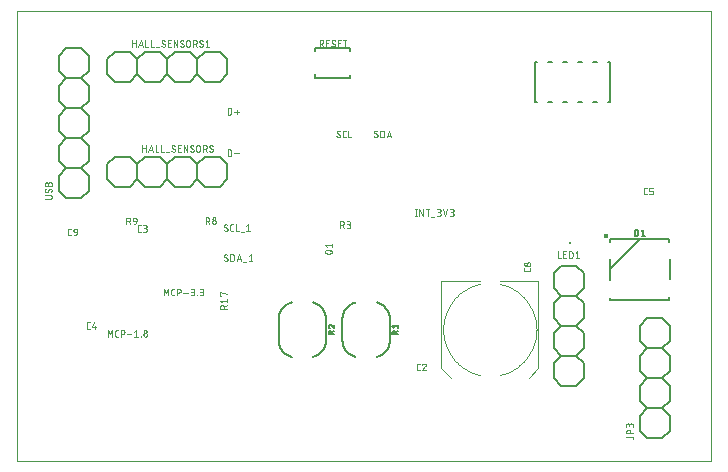
<source format=gto>
G75*
%MOIN*%
%OFA0B0*%
%FSLAX25Y25*%
%IPPOS*%
%LPD*%
%AMOC8*
5,1,8,0,0,1.08239X$1,22.5*
%
%ADD10C,0.00000*%
%ADD11C,0.00800*%
%ADD12C,0.00500*%
%ADD13C,0.00600*%
%ADD14C,0.00200*%
%ADD15R,0.00787X0.00787*%
%ADD16C,0.01600*%
%ADD17C,0.00400*%
D10*
X0002550Y0001800D02*
X0002550Y0151761D01*
X0233751Y0151761D01*
X0233751Y0001800D01*
X0002550Y0001800D01*
D11*
X0089676Y0041613D02*
X0089676Y0049487D01*
X0089675Y0049487D02*
X0089688Y0049636D01*
X0089704Y0049784D01*
X0089724Y0049933D01*
X0089748Y0050080D01*
X0089776Y0050227D01*
X0089807Y0050373D01*
X0089843Y0050518D01*
X0089882Y0050662D01*
X0089926Y0050806D01*
X0089973Y0050947D01*
X0090023Y0051088D01*
X0090078Y0051227D01*
X0090136Y0051365D01*
X0090197Y0051501D01*
X0090262Y0051636D01*
X0090331Y0051769D01*
X0090403Y0051899D01*
X0090479Y0052028D01*
X0090558Y0052155D01*
X0090640Y0052280D01*
X0090726Y0052403D01*
X0090815Y0052523D01*
X0090907Y0052641D01*
X0091002Y0052756D01*
X0091100Y0052869D01*
X0091201Y0052979D01*
X0091305Y0053087D01*
X0091412Y0053191D01*
X0091521Y0053293D01*
X0091633Y0053392D01*
X0091748Y0053488D01*
X0091865Y0053581D01*
X0091984Y0053671D01*
X0092106Y0053757D01*
X0092230Y0053841D01*
X0092356Y0053921D01*
X0092485Y0053997D01*
X0092615Y0054071D01*
X0092747Y0054140D01*
X0092881Y0054207D01*
X0093017Y0054269D01*
X0093154Y0054328D01*
X0093293Y0054384D01*
X0093433Y0054436D01*
X0093575Y0054484D01*
X0093718Y0054528D01*
X0093861Y0054569D01*
X0094006Y0054605D01*
X0101093Y0054605D02*
X0101238Y0054569D01*
X0101382Y0054528D01*
X0101524Y0054484D01*
X0101666Y0054436D01*
X0101806Y0054384D01*
X0101945Y0054328D01*
X0102082Y0054269D01*
X0102218Y0054207D01*
X0102352Y0054140D01*
X0102484Y0054070D01*
X0102614Y0053997D01*
X0102743Y0053921D01*
X0102869Y0053840D01*
X0102993Y0053757D01*
X0103115Y0053671D01*
X0103234Y0053581D01*
X0103351Y0053488D01*
X0103466Y0053392D01*
X0103578Y0053293D01*
X0103687Y0053191D01*
X0103794Y0053086D01*
X0103898Y0052979D01*
X0103999Y0052869D01*
X0104097Y0052756D01*
X0104192Y0052641D01*
X0104284Y0052523D01*
X0104373Y0052403D01*
X0104458Y0052280D01*
X0104541Y0052155D01*
X0104620Y0052028D01*
X0104696Y0051899D01*
X0104768Y0051769D01*
X0104836Y0051636D01*
X0104902Y0051501D01*
X0104963Y0051365D01*
X0105021Y0051227D01*
X0105076Y0051088D01*
X0105126Y0050948D01*
X0105173Y0050806D01*
X0105217Y0050663D01*
X0105256Y0050518D01*
X0105292Y0050373D01*
X0105323Y0050227D01*
X0105351Y0050080D01*
X0105375Y0049933D01*
X0105395Y0049785D01*
X0105411Y0049636D01*
X0105424Y0049487D01*
X0105424Y0041613D01*
X0110926Y0041613D02*
X0110926Y0049487D01*
X0110925Y0049487D02*
X0110938Y0049636D01*
X0110954Y0049784D01*
X0110974Y0049933D01*
X0110998Y0050080D01*
X0111026Y0050227D01*
X0111057Y0050373D01*
X0111093Y0050518D01*
X0111132Y0050662D01*
X0111176Y0050806D01*
X0111223Y0050947D01*
X0111273Y0051088D01*
X0111328Y0051227D01*
X0111386Y0051365D01*
X0111447Y0051501D01*
X0111512Y0051636D01*
X0111581Y0051769D01*
X0111653Y0051899D01*
X0111729Y0052028D01*
X0111808Y0052155D01*
X0111890Y0052280D01*
X0111976Y0052403D01*
X0112065Y0052523D01*
X0112157Y0052641D01*
X0112252Y0052756D01*
X0112350Y0052869D01*
X0112451Y0052979D01*
X0112555Y0053087D01*
X0112662Y0053191D01*
X0112771Y0053293D01*
X0112883Y0053392D01*
X0112998Y0053488D01*
X0113115Y0053581D01*
X0113234Y0053671D01*
X0113356Y0053757D01*
X0113480Y0053841D01*
X0113606Y0053921D01*
X0113735Y0053997D01*
X0113865Y0054071D01*
X0113997Y0054140D01*
X0114131Y0054207D01*
X0114267Y0054269D01*
X0114404Y0054328D01*
X0114543Y0054384D01*
X0114683Y0054436D01*
X0114825Y0054484D01*
X0114968Y0054528D01*
X0115111Y0054569D01*
X0115256Y0054605D01*
X0122343Y0054605D02*
X0122488Y0054569D01*
X0122632Y0054528D01*
X0122774Y0054484D01*
X0122916Y0054436D01*
X0123056Y0054384D01*
X0123195Y0054328D01*
X0123332Y0054269D01*
X0123468Y0054207D01*
X0123602Y0054140D01*
X0123734Y0054070D01*
X0123864Y0053997D01*
X0123993Y0053921D01*
X0124119Y0053840D01*
X0124243Y0053757D01*
X0124365Y0053671D01*
X0124484Y0053581D01*
X0124601Y0053488D01*
X0124716Y0053392D01*
X0124828Y0053293D01*
X0124937Y0053191D01*
X0125044Y0053086D01*
X0125148Y0052979D01*
X0125249Y0052869D01*
X0125347Y0052756D01*
X0125442Y0052641D01*
X0125534Y0052523D01*
X0125623Y0052403D01*
X0125708Y0052280D01*
X0125791Y0052155D01*
X0125870Y0052028D01*
X0125946Y0051899D01*
X0126018Y0051769D01*
X0126086Y0051636D01*
X0126152Y0051501D01*
X0126213Y0051365D01*
X0126271Y0051227D01*
X0126326Y0051088D01*
X0126376Y0050948D01*
X0126423Y0050806D01*
X0126467Y0050663D01*
X0126506Y0050518D01*
X0126542Y0050373D01*
X0126573Y0050227D01*
X0126601Y0050080D01*
X0126625Y0049933D01*
X0126645Y0049785D01*
X0126661Y0049636D01*
X0126674Y0049487D01*
X0126674Y0041613D01*
X0126675Y0041613D02*
X0126662Y0041464D01*
X0126646Y0041316D01*
X0126626Y0041167D01*
X0126602Y0041020D01*
X0126574Y0040873D01*
X0126543Y0040727D01*
X0126507Y0040582D01*
X0126468Y0040438D01*
X0126424Y0040294D01*
X0126377Y0040153D01*
X0126327Y0040012D01*
X0126272Y0039873D01*
X0126214Y0039735D01*
X0126153Y0039599D01*
X0126088Y0039464D01*
X0126019Y0039331D01*
X0125947Y0039201D01*
X0125871Y0039072D01*
X0125792Y0038945D01*
X0125710Y0038820D01*
X0125624Y0038697D01*
X0125535Y0038577D01*
X0125443Y0038459D01*
X0125348Y0038344D01*
X0125250Y0038231D01*
X0125149Y0038121D01*
X0125045Y0038013D01*
X0124938Y0037909D01*
X0124829Y0037807D01*
X0124717Y0037708D01*
X0124602Y0037612D01*
X0124485Y0037519D01*
X0124366Y0037429D01*
X0124244Y0037343D01*
X0124120Y0037259D01*
X0123994Y0037179D01*
X0123865Y0037103D01*
X0123735Y0037029D01*
X0123603Y0036960D01*
X0123469Y0036893D01*
X0123333Y0036831D01*
X0123196Y0036772D01*
X0123057Y0036716D01*
X0122917Y0036664D01*
X0122775Y0036616D01*
X0122632Y0036572D01*
X0122489Y0036531D01*
X0122344Y0036495D01*
X0115257Y0036495D02*
X0115112Y0036531D01*
X0114968Y0036572D01*
X0114826Y0036616D01*
X0114684Y0036664D01*
X0114544Y0036716D01*
X0114405Y0036772D01*
X0114268Y0036831D01*
X0114132Y0036893D01*
X0113998Y0036960D01*
X0113866Y0037030D01*
X0113736Y0037103D01*
X0113607Y0037179D01*
X0113481Y0037260D01*
X0113357Y0037343D01*
X0113235Y0037429D01*
X0113116Y0037519D01*
X0112999Y0037612D01*
X0112884Y0037708D01*
X0112772Y0037807D01*
X0112663Y0037909D01*
X0112556Y0038014D01*
X0112452Y0038121D01*
X0112351Y0038231D01*
X0112253Y0038344D01*
X0112158Y0038459D01*
X0112066Y0038577D01*
X0111977Y0038697D01*
X0111892Y0038820D01*
X0111809Y0038945D01*
X0111730Y0039072D01*
X0111654Y0039201D01*
X0111582Y0039331D01*
X0111514Y0039464D01*
X0111448Y0039599D01*
X0111387Y0039735D01*
X0111329Y0039873D01*
X0111274Y0040012D01*
X0111224Y0040152D01*
X0111177Y0040294D01*
X0111133Y0040437D01*
X0111094Y0040582D01*
X0111058Y0040727D01*
X0111027Y0040873D01*
X0110999Y0041020D01*
X0110975Y0041167D01*
X0110955Y0041315D01*
X0110939Y0041464D01*
X0110926Y0041613D01*
X0105425Y0041613D02*
X0105412Y0041464D01*
X0105396Y0041316D01*
X0105376Y0041167D01*
X0105352Y0041020D01*
X0105324Y0040873D01*
X0105293Y0040727D01*
X0105257Y0040582D01*
X0105218Y0040438D01*
X0105174Y0040294D01*
X0105127Y0040153D01*
X0105077Y0040012D01*
X0105022Y0039873D01*
X0104964Y0039735D01*
X0104903Y0039599D01*
X0104838Y0039464D01*
X0104769Y0039331D01*
X0104697Y0039201D01*
X0104621Y0039072D01*
X0104542Y0038945D01*
X0104460Y0038820D01*
X0104374Y0038697D01*
X0104285Y0038577D01*
X0104193Y0038459D01*
X0104098Y0038344D01*
X0104000Y0038231D01*
X0103899Y0038121D01*
X0103795Y0038013D01*
X0103688Y0037909D01*
X0103579Y0037807D01*
X0103467Y0037708D01*
X0103352Y0037612D01*
X0103235Y0037519D01*
X0103116Y0037429D01*
X0102994Y0037343D01*
X0102870Y0037259D01*
X0102744Y0037179D01*
X0102615Y0037103D01*
X0102485Y0037029D01*
X0102353Y0036960D01*
X0102219Y0036893D01*
X0102083Y0036831D01*
X0101946Y0036772D01*
X0101807Y0036716D01*
X0101667Y0036664D01*
X0101525Y0036616D01*
X0101382Y0036572D01*
X0101239Y0036531D01*
X0101094Y0036495D01*
X0094007Y0036495D02*
X0093862Y0036531D01*
X0093718Y0036572D01*
X0093576Y0036616D01*
X0093434Y0036664D01*
X0093294Y0036716D01*
X0093155Y0036772D01*
X0093018Y0036831D01*
X0092882Y0036893D01*
X0092748Y0036960D01*
X0092616Y0037030D01*
X0092486Y0037103D01*
X0092357Y0037179D01*
X0092231Y0037260D01*
X0092107Y0037343D01*
X0091985Y0037429D01*
X0091866Y0037519D01*
X0091749Y0037612D01*
X0091634Y0037708D01*
X0091522Y0037807D01*
X0091413Y0037909D01*
X0091306Y0038014D01*
X0091202Y0038121D01*
X0091101Y0038231D01*
X0091003Y0038344D01*
X0090908Y0038459D01*
X0090816Y0038577D01*
X0090727Y0038697D01*
X0090642Y0038820D01*
X0090559Y0038945D01*
X0090480Y0039072D01*
X0090404Y0039201D01*
X0090332Y0039331D01*
X0090264Y0039464D01*
X0090198Y0039599D01*
X0090137Y0039735D01*
X0090079Y0039873D01*
X0090024Y0040012D01*
X0089974Y0040152D01*
X0089927Y0040294D01*
X0089883Y0040437D01*
X0089844Y0040582D01*
X0089808Y0040727D01*
X0089777Y0040873D01*
X0089749Y0041020D01*
X0089725Y0041167D01*
X0089705Y0041315D01*
X0089689Y0041464D01*
X0089676Y0041613D01*
X0200160Y0055270D02*
X0200160Y0056180D01*
X0200160Y0055270D02*
X0219650Y0055270D01*
X0219650Y0055250D01*
X0219850Y0055250D01*
X0219850Y0056250D01*
X0220050Y0062350D02*
X0220050Y0069050D01*
X0219930Y0074680D02*
X0219930Y0075750D01*
X0219730Y0075750D01*
X0219730Y0075760D01*
X0200170Y0075760D01*
X0200170Y0074870D01*
X0200050Y0068950D02*
X0200050Y0065550D01*
X0210050Y0075550D01*
X0200050Y0065550D02*
X0200050Y0062150D01*
X0200050Y0121300D02*
X0199450Y0121300D01*
X0200050Y0121300D02*
X0200050Y0134800D01*
X0199450Y0134800D01*
X0195650Y0134800D02*
X0194450Y0134800D01*
X0190650Y0134800D02*
X0189450Y0134800D01*
X0185650Y0134800D02*
X0184450Y0134800D01*
X0180650Y0134800D02*
X0179450Y0134800D01*
X0175650Y0134800D02*
X0175050Y0134800D01*
X0175050Y0121300D01*
X0175650Y0121300D01*
X0179450Y0121300D02*
X0180650Y0121300D01*
X0184450Y0121300D02*
X0185650Y0121300D01*
X0189450Y0121300D02*
X0190650Y0121300D01*
X0194450Y0121300D02*
X0195650Y0121300D01*
D12*
X0208406Y0078700D02*
X0208934Y0078700D01*
X0208406Y0078700D02*
X0208406Y0076800D01*
X0208934Y0076800D01*
X0208978Y0076802D01*
X0209021Y0076807D01*
X0209064Y0076816D01*
X0209105Y0076829D01*
X0209146Y0076844D01*
X0209185Y0076864D01*
X0209223Y0076886D01*
X0209258Y0076911D01*
X0209292Y0076940D01*
X0209322Y0076970D01*
X0209351Y0077004D01*
X0209376Y0077039D01*
X0209398Y0077077D01*
X0209418Y0077116D01*
X0209433Y0077157D01*
X0209446Y0077198D01*
X0209455Y0077241D01*
X0209460Y0077284D01*
X0209462Y0077328D01*
X0209462Y0078172D01*
X0209460Y0078216D01*
X0209455Y0078259D01*
X0209446Y0078302D01*
X0209433Y0078343D01*
X0209418Y0078384D01*
X0209398Y0078423D01*
X0209376Y0078461D01*
X0209351Y0078496D01*
X0209322Y0078530D01*
X0209292Y0078560D01*
X0209258Y0078589D01*
X0209223Y0078614D01*
X0209185Y0078636D01*
X0209146Y0078656D01*
X0209105Y0078671D01*
X0209064Y0078684D01*
X0209021Y0078693D01*
X0208978Y0078698D01*
X0208934Y0078700D01*
X0210638Y0078278D02*
X0211166Y0078700D01*
X0211166Y0076800D01*
X0210638Y0076800D02*
X0211694Y0076800D01*
X0129450Y0047145D02*
X0129450Y0046090D01*
X0129450Y0046617D02*
X0127550Y0046617D01*
X0127972Y0046090D01*
X0127550Y0044483D02*
X0127552Y0044528D01*
X0127558Y0044572D01*
X0127567Y0044616D01*
X0127580Y0044659D01*
X0127597Y0044700D01*
X0127617Y0044741D01*
X0127641Y0044779D01*
X0127667Y0044815D01*
X0127697Y0044848D01*
X0127729Y0044879D01*
X0127764Y0044908D01*
X0127801Y0044933D01*
X0127840Y0044954D01*
X0127881Y0044973D01*
X0127923Y0044988D01*
X0127967Y0044999D01*
X0128011Y0045007D01*
X0128056Y0045011D01*
X0128100Y0045011D01*
X0128145Y0045007D01*
X0128189Y0044999D01*
X0128233Y0044988D01*
X0128275Y0044973D01*
X0128316Y0044954D01*
X0128355Y0044933D01*
X0128392Y0044908D01*
X0128427Y0044879D01*
X0128459Y0044848D01*
X0128489Y0044815D01*
X0128515Y0044779D01*
X0128539Y0044741D01*
X0128559Y0044700D01*
X0128576Y0044659D01*
X0128589Y0044616D01*
X0128598Y0044572D01*
X0128604Y0044528D01*
X0128606Y0044483D01*
X0128606Y0043955D01*
X0128606Y0044588D02*
X0129450Y0045010D01*
X0129450Y0043955D02*
X0127550Y0043955D01*
X0127550Y0044483D01*
X0108200Y0045010D02*
X0107356Y0044588D01*
X0107356Y0044483D02*
X0107356Y0043955D01*
X0107356Y0044483D02*
X0107354Y0044528D01*
X0107348Y0044572D01*
X0107339Y0044616D01*
X0107326Y0044659D01*
X0107309Y0044700D01*
X0107289Y0044741D01*
X0107265Y0044779D01*
X0107239Y0044815D01*
X0107209Y0044848D01*
X0107177Y0044879D01*
X0107142Y0044908D01*
X0107105Y0044933D01*
X0107066Y0044954D01*
X0107025Y0044973D01*
X0106983Y0044988D01*
X0106939Y0044999D01*
X0106895Y0045007D01*
X0106850Y0045011D01*
X0106806Y0045011D01*
X0106761Y0045007D01*
X0106717Y0044999D01*
X0106673Y0044988D01*
X0106631Y0044973D01*
X0106590Y0044954D01*
X0106551Y0044933D01*
X0106514Y0044908D01*
X0106479Y0044879D01*
X0106447Y0044848D01*
X0106417Y0044815D01*
X0106391Y0044779D01*
X0106367Y0044741D01*
X0106347Y0044700D01*
X0106330Y0044659D01*
X0106317Y0044616D01*
X0106308Y0044572D01*
X0106302Y0044528D01*
X0106300Y0044483D01*
X0106300Y0043955D01*
X0108200Y0043955D01*
X0108200Y0046090D02*
X0108200Y0047145D01*
X0108200Y0046090D02*
X0107144Y0046987D01*
X0106300Y0046670D02*
X0106302Y0046622D01*
X0106308Y0046575D01*
X0106317Y0046528D01*
X0106330Y0046481D01*
X0106346Y0046436D01*
X0106367Y0046393D01*
X0106390Y0046351D01*
X0106417Y0046311D01*
X0106446Y0046274D01*
X0106479Y0046238D01*
X0106514Y0046206D01*
X0106552Y0046176D01*
X0106592Y0046150D01*
X0106634Y0046126D01*
X0106677Y0046106D01*
X0106722Y0046090D01*
X0107144Y0046987D02*
X0107115Y0047015D01*
X0107083Y0047042D01*
X0107049Y0047065D01*
X0107013Y0047086D01*
X0106976Y0047104D01*
X0106937Y0047118D01*
X0106898Y0047130D01*
X0106857Y0047138D01*
X0106816Y0047143D01*
X0106775Y0047145D01*
X0106734Y0047143D01*
X0106693Y0047138D01*
X0106652Y0047129D01*
X0106613Y0047116D01*
X0106574Y0047100D01*
X0106538Y0047081D01*
X0106503Y0047059D01*
X0106470Y0047034D01*
X0106439Y0047006D01*
X0106411Y0046975D01*
X0106386Y0046942D01*
X0106364Y0046908D01*
X0106345Y0046871D01*
X0106329Y0046832D01*
X0106316Y0046793D01*
X0106307Y0046753D01*
X0106302Y0046711D01*
X0106300Y0046670D01*
X0101644Y0129379D02*
X0113456Y0129379D01*
X0113456Y0130363D01*
X0113456Y0138237D02*
X0113456Y0139221D01*
X0101644Y0139221D01*
X0101644Y0138237D01*
X0101644Y0130560D02*
X0101644Y0129379D01*
D13*
X0072550Y0130550D02*
X0070050Y0128050D01*
X0065050Y0128050D01*
X0062550Y0130550D01*
X0060050Y0128050D01*
X0055050Y0128050D01*
X0052550Y0130550D01*
X0052550Y0135550D01*
X0055050Y0138050D01*
X0060050Y0138050D01*
X0062550Y0135550D01*
X0065050Y0138050D01*
X0070050Y0138050D01*
X0072550Y0135550D01*
X0072550Y0130550D01*
X0062550Y0130550D02*
X0062550Y0135550D01*
X0052550Y0135550D02*
X0050050Y0138050D01*
X0045050Y0138050D01*
X0042550Y0135550D01*
X0040050Y0138050D01*
X0035050Y0138050D01*
X0032550Y0135550D01*
X0032550Y0130550D01*
X0035050Y0128050D01*
X0040050Y0128050D01*
X0042550Y0130550D01*
X0042550Y0135550D01*
X0042550Y0130550D02*
X0045050Y0128050D01*
X0050050Y0128050D01*
X0052550Y0130550D01*
X0026300Y0131800D02*
X0026300Y0136800D01*
X0023800Y0139300D01*
X0018800Y0139300D01*
X0016300Y0136800D01*
X0016300Y0131800D01*
X0018800Y0129300D01*
X0023800Y0129300D01*
X0026300Y0131800D01*
X0023800Y0129300D02*
X0026300Y0126800D01*
X0026300Y0121800D01*
X0023800Y0119300D01*
X0026300Y0116800D01*
X0026300Y0111800D01*
X0023800Y0109300D01*
X0026300Y0106800D01*
X0026300Y0101800D01*
X0023800Y0099300D01*
X0026300Y0096800D01*
X0026300Y0091800D01*
X0023800Y0089300D01*
X0018800Y0089300D01*
X0016300Y0091800D01*
X0016300Y0096800D01*
X0018800Y0099300D01*
X0016300Y0101800D01*
X0016300Y0106800D01*
X0018800Y0109300D01*
X0023800Y0109300D01*
X0018800Y0109300D02*
X0016300Y0111800D01*
X0016300Y0116800D01*
X0018800Y0119300D01*
X0016300Y0121800D01*
X0016300Y0126800D01*
X0018800Y0129300D01*
X0018800Y0119300D02*
X0023800Y0119300D01*
X0035050Y0103050D02*
X0040050Y0103050D01*
X0042550Y0100550D01*
X0045050Y0103050D01*
X0050050Y0103050D01*
X0052550Y0100550D01*
X0055050Y0103050D01*
X0060050Y0103050D01*
X0062550Y0100550D01*
X0065050Y0103050D01*
X0070050Y0103050D01*
X0072550Y0100550D01*
X0072550Y0095550D01*
X0070050Y0093050D01*
X0065050Y0093050D01*
X0062550Y0095550D01*
X0060050Y0093050D01*
X0055050Y0093050D01*
X0052550Y0095550D01*
X0052550Y0100550D01*
X0052550Y0095550D02*
X0050050Y0093050D01*
X0045050Y0093050D01*
X0042550Y0095550D01*
X0040050Y0093050D01*
X0035050Y0093050D01*
X0032550Y0095550D01*
X0032550Y0100550D01*
X0035050Y0103050D01*
X0042550Y0100550D02*
X0042550Y0095550D01*
X0023800Y0099300D02*
X0018800Y0099300D01*
X0062550Y0100550D02*
X0062550Y0095550D01*
X0181300Y0064300D02*
X0181300Y0059300D01*
X0183800Y0056800D01*
X0188800Y0056800D01*
X0191300Y0059300D01*
X0191300Y0064300D01*
X0188800Y0066800D01*
X0183800Y0066800D01*
X0181300Y0064300D01*
X0183800Y0056800D02*
X0181300Y0054300D01*
X0181300Y0049300D01*
X0183800Y0046800D01*
X0188800Y0046800D01*
X0191300Y0044300D01*
X0191300Y0039300D01*
X0188800Y0036800D01*
X0191300Y0034300D01*
X0191300Y0029300D01*
X0188800Y0026800D01*
X0183800Y0026800D01*
X0181300Y0029300D01*
X0181300Y0034300D01*
X0183800Y0036800D01*
X0181300Y0039300D01*
X0181300Y0044300D01*
X0183800Y0046800D01*
X0188800Y0046800D02*
X0191300Y0049300D01*
X0191300Y0054300D01*
X0188800Y0056800D01*
X0210050Y0046800D02*
X0212550Y0049300D01*
X0217550Y0049300D01*
X0220050Y0046800D01*
X0220050Y0041800D01*
X0217550Y0039300D01*
X0220050Y0036800D01*
X0220050Y0031800D01*
X0217550Y0029300D01*
X0220050Y0026800D01*
X0220050Y0021800D01*
X0217550Y0019300D01*
X0220050Y0016800D01*
X0220050Y0011800D01*
X0217550Y0009300D01*
X0212550Y0009300D01*
X0210050Y0011800D01*
X0210050Y0016800D01*
X0212550Y0019300D01*
X0210050Y0021800D01*
X0210050Y0026800D01*
X0212550Y0029300D01*
X0217550Y0029300D01*
X0212550Y0029300D02*
X0210050Y0031800D01*
X0210050Y0036800D01*
X0212550Y0039300D01*
X0210050Y0041800D01*
X0210050Y0046800D01*
X0212550Y0039300D02*
X0217550Y0039300D01*
X0217550Y0019300D02*
X0212550Y0019300D01*
X0188800Y0036800D02*
X0183800Y0036800D01*
D14*
X0205550Y0013727D02*
X0205550Y0012994D01*
X0205550Y0013727D02*
X0205552Y0013770D01*
X0205557Y0013812D01*
X0205567Y0013854D01*
X0205579Y0013894D01*
X0205596Y0013934D01*
X0205616Y0013972D01*
X0205638Y0014007D01*
X0205664Y0014041D01*
X0205693Y0014073D01*
X0205725Y0014102D01*
X0205759Y0014128D01*
X0205795Y0014150D01*
X0205832Y0014170D01*
X0205872Y0014187D01*
X0205912Y0014199D01*
X0205954Y0014209D01*
X0205996Y0014214D01*
X0206039Y0014216D01*
X0206082Y0014214D01*
X0206124Y0014209D01*
X0206166Y0014199D01*
X0206206Y0014187D01*
X0206246Y0014170D01*
X0206284Y0014150D01*
X0206319Y0014128D01*
X0206353Y0014102D01*
X0206385Y0014073D01*
X0206414Y0014041D01*
X0206440Y0014007D01*
X0206462Y0013972D01*
X0206482Y0013934D01*
X0206499Y0013894D01*
X0206511Y0013854D01*
X0206521Y0013812D01*
X0206526Y0013770D01*
X0206528Y0013727D01*
X0206528Y0013239D01*
X0206528Y0013605D02*
X0206530Y0013653D01*
X0206536Y0013701D01*
X0206545Y0013748D01*
X0206558Y0013794D01*
X0206575Y0013839D01*
X0206595Y0013882D01*
X0206618Y0013924D01*
X0206645Y0013964D01*
X0206674Y0014002D01*
X0206707Y0014037D01*
X0206742Y0014070D01*
X0206780Y0014099D01*
X0206820Y0014126D01*
X0206862Y0014149D01*
X0206905Y0014169D01*
X0206950Y0014186D01*
X0206996Y0014199D01*
X0207043Y0014208D01*
X0207091Y0014214D01*
X0207139Y0014216D01*
X0207187Y0014214D01*
X0207235Y0014208D01*
X0207282Y0014199D01*
X0207328Y0014186D01*
X0207373Y0014169D01*
X0207416Y0014149D01*
X0207458Y0014126D01*
X0207498Y0014099D01*
X0207536Y0014070D01*
X0207571Y0014037D01*
X0207604Y0014002D01*
X0207633Y0013964D01*
X0207660Y0013924D01*
X0207683Y0013882D01*
X0207703Y0013839D01*
X0207720Y0013794D01*
X0207733Y0013748D01*
X0207742Y0013701D01*
X0207748Y0013653D01*
X0207750Y0013605D01*
X0207750Y0012994D01*
X0206772Y0011550D02*
X0206772Y0010939D01*
X0206772Y0011550D02*
X0206770Y0011598D01*
X0206764Y0011646D01*
X0206755Y0011693D01*
X0206742Y0011739D01*
X0206725Y0011784D01*
X0206705Y0011827D01*
X0206682Y0011869D01*
X0206655Y0011909D01*
X0206626Y0011947D01*
X0206593Y0011982D01*
X0206558Y0012015D01*
X0206520Y0012044D01*
X0206480Y0012071D01*
X0206438Y0012094D01*
X0206395Y0012114D01*
X0206350Y0012131D01*
X0206304Y0012144D01*
X0206257Y0012153D01*
X0206209Y0012159D01*
X0206161Y0012161D01*
X0206113Y0012159D01*
X0206065Y0012153D01*
X0206018Y0012144D01*
X0205972Y0012131D01*
X0205927Y0012114D01*
X0205884Y0012094D01*
X0205842Y0012071D01*
X0205802Y0012044D01*
X0205764Y0012015D01*
X0205729Y0011982D01*
X0205696Y0011947D01*
X0205667Y0011909D01*
X0205640Y0011869D01*
X0205617Y0011827D01*
X0205597Y0011784D01*
X0205580Y0011739D01*
X0205567Y0011693D01*
X0205558Y0011646D01*
X0205552Y0011598D01*
X0205550Y0011550D01*
X0205550Y0010939D01*
X0207750Y0010939D01*
X0207261Y0009833D02*
X0205550Y0009833D01*
X0207261Y0009833D02*
X0207304Y0009831D01*
X0207346Y0009826D01*
X0207388Y0009816D01*
X0207428Y0009804D01*
X0207468Y0009787D01*
X0207506Y0009767D01*
X0207541Y0009745D01*
X0207575Y0009719D01*
X0207607Y0009690D01*
X0207636Y0009658D01*
X0207662Y0009624D01*
X0207684Y0009589D01*
X0207704Y0009551D01*
X0207721Y0009511D01*
X0207733Y0009471D01*
X0207743Y0009429D01*
X0207748Y0009387D01*
X0207750Y0009344D01*
X0207750Y0009100D01*
X0138700Y0032000D02*
X0137478Y0032000D01*
X0138517Y0033222D01*
X0138150Y0034200D02*
X0138098Y0034198D01*
X0138046Y0034192D01*
X0137994Y0034183D01*
X0137944Y0034169D01*
X0137894Y0034152D01*
X0137846Y0034131D01*
X0137800Y0034107D01*
X0137756Y0034080D01*
X0137713Y0034049D01*
X0137673Y0034015D01*
X0137636Y0033979D01*
X0137602Y0033939D01*
X0137570Y0033897D01*
X0137542Y0033854D01*
X0137517Y0033808D01*
X0137495Y0033760D01*
X0137477Y0033711D01*
X0138517Y0033222D02*
X0138550Y0033256D01*
X0138580Y0033293D01*
X0138608Y0033333D01*
X0138632Y0033374D01*
X0138652Y0033417D01*
X0138669Y0033462D01*
X0138683Y0033508D01*
X0138692Y0033555D01*
X0138698Y0033602D01*
X0138700Y0033650D01*
X0138698Y0033695D01*
X0138692Y0033741D01*
X0138683Y0033785D01*
X0138670Y0033829D01*
X0138654Y0033871D01*
X0138634Y0033912D01*
X0138610Y0033951D01*
X0138584Y0033988D01*
X0138555Y0034023D01*
X0138523Y0034055D01*
X0138488Y0034084D01*
X0138451Y0034110D01*
X0138412Y0034134D01*
X0138371Y0034154D01*
X0138329Y0034170D01*
X0138285Y0034183D01*
X0138241Y0034192D01*
X0138195Y0034198D01*
X0138150Y0034200D01*
X0136649Y0034200D02*
X0136160Y0034200D01*
X0136117Y0034198D01*
X0136075Y0034193D01*
X0136033Y0034183D01*
X0135993Y0034171D01*
X0135953Y0034154D01*
X0135915Y0034134D01*
X0135880Y0034112D01*
X0135846Y0034086D01*
X0135814Y0034057D01*
X0135785Y0034025D01*
X0135759Y0033991D01*
X0135737Y0033955D01*
X0135717Y0033918D01*
X0135700Y0033878D01*
X0135688Y0033838D01*
X0135678Y0033796D01*
X0135673Y0033754D01*
X0135671Y0033711D01*
X0135671Y0032489D01*
X0135673Y0032446D01*
X0135678Y0032404D01*
X0135688Y0032362D01*
X0135700Y0032322D01*
X0135717Y0032282D01*
X0135737Y0032245D01*
X0135759Y0032209D01*
X0135785Y0032175D01*
X0135814Y0032143D01*
X0135846Y0032114D01*
X0135880Y0032088D01*
X0135916Y0032066D01*
X0135953Y0032046D01*
X0135993Y0032029D01*
X0136033Y0032017D01*
X0136075Y0032007D01*
X0136117Y0032002D01*
X0136160Y0032000D01*
X0136649Y0032000D01*
X0171400Y0065410D02*
X0171400Y0065899D01*
X0171400Y0065410D02*
X0171402Y0065367D01*
X0171407Y0065325D01*
X0171417Y0065283D01*
X0171429Y0065243D01*
X0171446Y0065203D01*
X0171466Y0065165D01*
X0171488Y0065130D01*
X0171514Y0065096D01*
X0171543Y0065064D01*
X0171575Y0065035D01*
X0171609Y0065009D01*
X0171645Y0064987D01*
X0171682Y0064967D01*
X0171722Y0064950D01*
X0171762Y0064938D01*
X0171804Y0064928D01*
X0171846Y0064923D01*
X0171889Y0064921D01*
X0173111Y0064921D01*
X0173154Y0064923D01*
X0173196Y0064928D01*
X0173238Y0064938D01*
X0173278Y0064950D01*
X0173318Y0064967D01*
X0173356Y0064987D01*
X0173391Y0065009D01*
X0173425Y0065035D01*
X0173457Y0065064D01*
X0173486Y0065096D01*
X0173512Y0065130D01*
X0173534Y0065166D01*
X0173554Y0065203D01*
X0173571Y0065243D01*
X0173583Y0065283D01*
X0173593Y0065325D01*
X0173598Y0065367D01*
X0173600Y0065410D01*
X0173600Y0065899D01*
X0172989Y0066728D02*
X0173037Y0066730D01*
X0173085Y0066736D01*
X0173132Y0066745D01*
X0173178Y0066758D01*
X0173223Y0066775D01*
X0173266Y0066795D01*
X0173308Y0066818D01*
X0173348Y0066845D01*
X0173386Y0066874D01*
X0173421Y0066907D01*
X0173454Y0066942D01*
X0173483Y0066980D01*
X0173510Y0067020D01*
X0173533Y0067062D01*
X0173553Y0067105D01*
X0173570Y0067150D01*
X0173583Y0067196D01*
X0173592Y0067243D01*
X0173598Y0067291D01*
X0173600Y0067339D01*
X0173598Y0067387D01*
X0173592Y0067435D01*
X0173583Y0067482D01*
X0173570Y0067528D01*
X0173553Y0067573D01*
X0173533Y0067616D01*
X0173510Y0067658D01*
X0173483Y0067698D01*
X0173454Y0067736D01*
X0173421Y0067771D01*
X0173386Y0067804D01*
X0173348Y0067833D01*
X0173308Y0067860D01*
X0173266Y0067883D01*
X0173223Y0067903D01*
X0173178Y0067920D01*
X0173132Y0067933D01*
X0173085Y0067942D01*
X0173037Y0067948D01*
X0172989Y0067950D01*
X0172941Y0067948D01*
X0172893Y0067942D01*
X0172846Y0067933D01*
X0172800Y0067920D01*
X0172755Y0067903D01*
X0172712Y0067883D01*
X0172670Y0067860D01*
X0172630Y0067833D01*
X0172592Y0067804D01*
X0172557Y0067771D01*
X0172524Y0067736D01*
X0172495Y0067698D01*
X0172468Y0067658D01*
X0172445Y0067616D01*
X0172425Y0067573D01*
X0172408Y0067528D01*
X0172395Y0067482D01*
X0172386Y0067435D01*
X0172380Y0067387D01*
X0172378Y0067339D01*
X0172380Y0067291D01*
X0172386Y0067243D01*
X0172395Y0067196D01*
X0172408Y0067150D01*
X0172425Y0067105D01*
X0172445Y0067062D01*
X0172468Y0067020D01*
X0172495Y0066980D01*
X0172524Y0066942D01*
X0172557Y0066907D01*
X0172592Y0066874D01*
X0172630Y0066845D01*
X0172670Y0066818D01*
X0172712Y0066795D01*
X0172755Y0066775D01*
X0172800Y0066758D01*
X0172846Y0066745D01*
X0172893Y0066736D01*
X0172941Y0066730D01*
X0172989Y0066728D01*
X0171889Y0066850D02*
X0171932Y0066852D01*
X0171974Y0066857D01*
X0172016Y0066867D01*
X0172056Y0066879D01*
X0172096Y0066896D01*
X0172134Y0066916D01*
X0172169Y0066938D01*
X0172203Y0066964D01*
X0172235Y0066993D01*
X0172264Y0067025D01*
X0172290Y0067059D01*
X0172312Y0067095D01*
X0172332Y0067132D01*
X0172349Y0067172D01*
X0172361Y0067212D01*
X0172371Y0067254D01*
X0172376Y0067296D01*
X0172378Y0067339D01*
X0172376Y0067382D01*
X0172371Y0067424D01*
X0172361Y0067466D01*
X0172349Y0067506D01*
X0172332Y0067546D01*
X0172312Y0067584D01*
X0172290Y0067619D01*
X0172264Y0067653D01*
X0172235Y0067685D01*
X0172203Y0067714D01*
X0172169Y0067740D01*
X0172134Y0067762D01*
X0172096Y0067782D01*
X0172056Y0067799D01*
X0172016Y0067811D01*
X0171974Y0067821D01*
X0171932Y0067826D01*
X0171889Y0067828D01*
X0171846Y0067826D01*
X0171804Y0067821D01*
X0171762Y0067811D01*
X0171722Y0067799D01*
X0171682Y0067782D01*
X0171645Y0067762D01*
X0171609Y0067740D01*
X0171575Y0067714D01*
X0171543Y0067685D01*
X0171514Y0067653D01*
X0171488Y0067619D01*
X0171466Y0067584D01*
X0171446Y0067546D01*
X0171429Y0067506D01*
X0171417Y0067466D01*
X0171407Y0067424D01*
X0171402Y0067382D01*
X0171400Y0067339D01*
X0171402Y0067296D01*
X0171407Y0067254D01*
X0171417Y0067212D01*
X0171429Y0067172D01*
X0171446Y0067132D01*
X0171466Y0067095D01*
X0171488Y0067059D01*
X0171514Y0067025D01*
X0171543Y0066993D01*
X0171575Y0066964D01*
X0171609Y0066938D01*
X0171645Y0066916D01*
X0171682Y0066896D01*
X0171722Y0066879D01*
X0171762Y0066867D01*
X0171804Y0066857D01*
X0171846Y0066852D01*
X0171889Y0066850D01*
X0182650Y0069400D02*
X0183628Y0069400D01*
X0184522Y0069400D02*
X0184522Y0071600D01*
X0185500Y0071600D01*
X0186390Y0071600D02*
X0187001Y0071600D01*
X0187049Y0071598D01*
X0187097Y0071592D01*
X0187144Y0071583D01*
X0187190Y0071570D01*
X0187235Y0071553D01*
X0187278Y0071533D01*
X0187320Y0071510D01*
X0187360Y0071483D01*
X0187398Y0071454D01*
X0187433Y0071421D01*
X0187466Y0071386D01*
X0187495Y0071348D01*
X0187522Y0071308D01*
X0187545Y0071266D01*
X0187565Y0071223D01*
X0187582Y0071178D01*
X0187595Y0071132D01*
X0187604Y0071085D01*
X0187610Y0071037D01*
X0187612Y0070989D01*
X0187612Y0070011D01*
X0187610Y0069963D01*
X0187604Y0069915D01*
X0187595Y0069868D01*
X0187582Y0069822D01*
X0187565Y0069777D01*
X0187545Y0069734D01*
X0187522Y0069692D01*
X0187495Y0069652D01*
X0187466Y0069614D01*
X0187433Y0069579D01*
X0187398Y0069546D01*
X0187360Y0069517D01*
X0187320Y0069490D01*
X0187278Y0069467D01*
X0187235Y0069447D01*
X0187190Y0069430D01*
X0187144Y0069417D01*
X0187097Y0069408D01*
X0187049Y0069402D01*
X0187001Y0069400D01*
X0186390Y0069400D01*
X0186390Y0071600D01*
X0185255Y0070622D02*
X0184522Y0070622D01*
X0184522Y0069400D02*
X0185500Y0069400D01*
X0182650Y0069400D02*
X0182650Y0071600D01*
X0188622Y0071111D02*
X0189233Y0071600D01*
X0189233Y0069400D01*
X0188622Y0069400D02*
X0189844Y0069400D01*
X0211400Y0091139D02*
X0211400Y0092361D01*
X0211402Y0092404D01*
X0211407Y0092446D01*
X0211417Y0092488D01*
X0211429Y0092528D01*
X0211446Y0092568D01*
X0211466Y0092605D01*
X0211488Y0092641D01*
X0211514Y0092675D01*
X0211543Y0092707D01*
X0211575Y0092736D01*
X0211609Y0092762D01*
X0211644Y0092784D01*
X0211682Y0092804D01*
X0211722Y0092821D01*
X0211762Y0092833D01*
X0211804Y0092843D01*
X0211846Y0092848D01*
X0211889Y0092850D01*
X0212378Y0092850D01*
X0213206Y0092850D02*
X0213206Y0091872D01*
X0213940Y0091872D01*
X0213983Y0091870D01*
X0214025Y0091865D01*
X0214067Y0091855D01*
X0214107Y0091843D01*
X0214147Y0091826D01*
X0214185Y0091806D01*
X0214220Y0091784D01*
X0214254Y0091758D01*
X0214286Y0091729D01*
X0214315Y0091697D01*
X0214341Y0091663D01*
X0214363Y0091628D01*
X0214383Y0091590D01*
X0214400Y0091550D01*
X0214412Y0091510D01*
X0214422Y0091468D01*
X0214427Y0091426D01*
X0214429Y0091383D01*
X0214429Y0091139D01*
X0214427Y0091096D01*
X0214422Y0091054D01*
X0214412Y0091012D01*
X0214400Y0090972D01*
X0214383Y0090932D01*
X0214363Y0090894D01*
X0214341Y0090859D01*
X0214315Y0090825D01*
X0214286Y0090793D01*
X0214254Y0090764D01*
X0214220Y0090738D01*
X0214184Y0090716D01*
X0214147Y0090696D01*
X0214107Y0090679D01*
X0214067Y0090667D01*
X0214025Y0090657D01*
X0213983Y0090652D01*
X0213940Y0090650D01*
X0213206Y0090650D01*
X0212378Y0090650D02*
X0211889Y0090650D01*
X0211846Y0090652D01*
X0211804Y0090657D01*
X0211762Y0090667D01*
X0211722Y0090679D01*
X0211682Y0090696D01*
X0211645Y0090716D01*
X0211609Y0090738D01*
X0211575Y0090764D01*
X0211543Y0090793D01*
X0211514Y0090825D01*
X0211488Y0090859D01*
X0211466Y0090895D01*
X0211446Y0090932D01*
X0211429Y0090972D01*
X0211417Y0091012D01*
X0211407Y0091054D01*
X0211402Y0091096D01*
X0211400Y0091139D01*
X0213206Y0092850D02*
X0214429Y0092850D01*
X0147469Y0085600D02*
X0146735Y0085600D01*
X0145920Y0085600D02*
X0145186Y0083400D01*
X0144453Y0085600D01*
X0143149Y0085600D02*
X0142415Y0085600D01*
X0143149Y0085600D02*
X0143192Y0085598D01*
X0143234Y0085593D01*
X0143276Y0085583D01*
X0143316Y0085571D01*
X0143356Y0085554D01*
X0143394Y0085534D01*
X0143429Y0085512D01*
X0143463Y0085486D01*
X0143495Y0085457D01*
X0143524Y0085425D01*
X0143550Y0085391D01*
X0143572Y0085356D01*
X0143592Y0085318D01*
X0143609Y0085278D01*
X0143621Y0085238D01*
X0143631Y0085196D01*
X0143636Y0085154D01*
X0143638Y0085111D01*
X0143636Y0085068D01*
X0143631Y0085026D01*
X0143621Y0084984D01*
X0143609Y0084944D01*
X0143592Y0084904D01*
X0143572Y0084867D01*
X0143550Y0084831D01*
X0143524Y0084797D01*
X0143495Y0084765D01*
X0143463Y0084736D01*
X0143429Y0084710D01*
X0143394Y0084688D01*
X0143356Y0084668D01*
X0143316Y0084651D01*
X0143276Y0084639D01*
X0143234Y0084629D01*
X0143192Y0084624D01*
X0143149Y0084622D01*
X0142660Y0084622D01*
X0143026Y0084622D02*
X0143074Y0084620D01*
X0143122Y0084614D01*
X0143169Y0084605D01*
X0143215Y0084592D01*
X0143260Y0084575D01*
X0143303Y0084555D01*
X0143345Y0084532D01*
X0143385Y0084505D01*
X0143423Y0084476D01*
X0143458Y0084443D01*
X0143491Y0084408D01*
X0143520Y0084370D01*
X0143547Y0084330D01*
X0143570Y0084288D01*
X0143590Y0084245D01*
X0143607Y0084200D01*
X0143620Y0084154D01*
X0143629Y0084107D01*
X0143635Y0084059D01*
X0143637Y0084011D01*
X0143635Y0083963D01*
X0143629Y0083915D01*
X0143620Y0083868D01*
X0143607Y0083822D01*
X0143590Y0083777D01*
X0143570Y0083734D01*
X0143547Y0083692D01*
X0143520Y0083652D01*
X0143491Y0083614D01*
X0143458Y0083579D01*
X0143423Y0083546D01*
X0143385Y0083517D01*
X0143345Y0083490D01*
X0143303Y0083467D01*
X0143260Y0083447D01*
X0143215Y0083430D01*
X0143169Y0083417D01*
X0143122Y0083408D01*
X0143074Y0083402D01*
X0143026Y0083400D01*
X0142415Y0083400D01*
X0141571Y0083156D02*
X0140594Y0083156D01*
X0139282Y0083400D02*
X0139282Y0085600D01*
X0138671Y0085600D02*
X0139894Y0085600D01*
X0137806Y0085600D02*
X0137806Y0083400D01*
X0136583Y0085600D01*
X0136583Y0083400D01*
X0135639Y0083400D02*
X0135150Y0083400D01*
X0135394Y0083400D02*
X0135394Y0085600D01*
X0135150Y0085600D02*
X0135639Y0085600D01*
X0146735Y0083400D02*
X0147346Y0083400D01*
X0147394Y0083402D01*
X0147442Y0083408D01*
X0147489Y0083417D01*
X0147535Y0083430D01*
X0147580Y0083447D01*
X0147623Y0083467D01*
X0147665Y0083490D01*
X0147705Y0083517D01*
X0147743Y0083546D01*
X0147778Y0083579D01*
X0147811Y0083614D01*
X0147840Y0083652D01*
X0147867Y0083692D01*
X0147890Y0083734D01*
X0147910Y0083777D01*
X0147927Y0083822D01*
X0147940Y0083868D01*
X0147949Y0083915D01*
X0147955Y0083963D01*
X0147957Y0084011D01*
X0147955Y0084059D01*
X0147949Y0084107D01*
X0147940Y0084154D01*
X0147927Y0084200D01*
X0147910Y0084245D01*
X0147890Y0084288D01*
X0147867Y0084330D01*
X0147840Y0084370D01*
X0147811Y0084408D01*
X0147778Y0084443D01*
X0147743Y0084476D01*
X0147705Y0084505D01*
X0147665Y0084532D01*
X0147623Y0084555D01*
X0147580Y0084575D01*
X0147535Y0084592D01*
X0147489Y0084605D01*
X0147442Y0084614D01*
X0147394Y0084620D01*
X0147346Y0084622D01*
X0147469Y0084622D02*
X0146980Y0084622D01*
X0147469Y0084622D02*
X0147512Y0084624D01*
X0147554Y0084629D01*
X0147596Y0084639D01*
X0147636Y0084651D01*
X0147676Y0084668D01*
X0147714Y0084688D01*
X0147749Y0084710D01*
X0147783Y0084736D01*
X0147815Y0084765D01*
X0147844Y0084797D01*
X0147870Y0084831D01*
X0147892Y0084867D01*
X0147912Y0084904D01*
X0147929Y0084944D01*
X0147941Y0084984D01*
X0147951Y0085026D01*
X0147956Y0085068D01*
X0147958Y0085111D01*
X0147956Y0085154D01*
X0147951Y0085196D01*
X0147941Y0085238D01*
X0147929Y0085278D01*
X0147912Y0085318D01*
X0147892Y0085356D01*
X0147870Y0085391D01*
X0147844Y0085425D01*
X0147815Y0085457D01*
X0147783Y0085486D01*
X0147749Y0085512D01*
X0147714Y0085534D01*
X0147676Y0085554D01*
X0147636Y0085571D01*
X0147596Y0085583D01*
X0147554Y0085593D01*
X0147512Y0085598D01*
X0147469Y0085600D01*
X0113029Y0081600D02*
X0112296Y0081600D01*
X0113029Y0081600D02*
X0113072Y0081598D01*
X0113114Y0081593D01*
X0113156Y0081583D01*
X0113196Y0081571D01*
X0113236Y0081554D01*
X0113274Y0081534D01*
X0113309Y0081512D01*
X0113343Y0081486D01*
X0113375Y0081457D01*
X0113404Y0081425D01*
X0113430Y0081391D01*
X0113452Y0081356D01*
X0113472Y0081318D01*
X0113489Y0081278D01*
X0113501Y0081238D01*
X0113511Y0081196D01*
X0113516Y0081154D01*
X0113518Y0081111D01*
X0113516Y0081068D01*
X0113511Y0081026D01*
X0113501Y0080984D01*
X0113489Y0080944D01*
X0113472Y0080904D01*
X0113452Y0080867D01*
X0113430Y0080831D01*
X0113404Y0080797D01*
X0113375Y0080765D01*
X0113343Y0080736D01*
X0113309Y0080710D01*
X0113274Y0080688D01*
X0113236Y0080668D01*
X0113196Y0080651D01*
X0113156Y0080639D01*
X0113114Y0080629D01*
X0113072Y0080624D01*
X0113029Y0080622D01*
X0112540Y0080622D01*
X0112907Y0080622D02*
X0112955Y0080620D01*
X0113003Y0080614D01*
X0113050Y0080605D01*
X0113096Y0080592D01*
X0113141Y0080575D01*
X0113184Y0080555D01*
X0113226Y0080532D01*
X0113266Y0080505D01*
X0113304Y0080476D01*
X0113339Y0080443D01*
X0113372Y0080408D01*
X0113401Y0080370D01*
X0113428Y0080330D01*
X0113451Y0080288D01*
X0113471Y0080245D01*
X0113488Y0080200D01*
X0113501Y0080154D01*
X0113510Y0080107D01*
X0113516Y0080059D01*
X0113518Y0080011D01*
X0113516Y0079963D01*
X0113510Y0079915D01*
X0113501Y0079868D01*
X0113488Y0079822D01*
X0113471Y0079777D01*
X0113451Y0079734D01*
X0113428Y0079692D01*
X0113401Y0079652D01*
X0113372Y0079614D01*
X0113339Y0079579D01*
X0113304Y0079546D01*
X0113266Y0079517D01*
X0113226Y0079490D01*
X0113184Y0079467D01*
X0113141Y0079447D01*
X0113096Y0079430D01*
X0113050Y0079417D01*
X0113003Y0079408D01*
X0112955Y0079402D01*
X0112907Y0079400D01*
X0112296Y0079400D01*
X0111372Y0079400D02*
X0110883Y0080378D01*
X0110761Y0080378D02*
X0110150Y0080378D01*
X0110761Y0080378D02*
X0110809Y0080380D01*
X0110857Y0080386D01*
X0110904Y0080395D01*
X0110950Y0080408D01*
X0110995Y0080425D01*
X0111038Y0080445D01*
X0111080Y0080468D01*
X0111120Y0080495D01*
X0111158Y0080524D01*
X0111193Y0080557D01*
X0111226Y0080592D01*
X0111255Y0080630D01*
X0111282Y0080670D01*
X0111305Y0080712D01*
X0111325Y0080755D01*
X0111342Y0080800D01*
X0111355Y0080846D01*
X0111364Y0080893D01*
X0111370Y0080941D01*
X0111372Y0080989D01*
X0111370Y0081037D01*
X0111364Y0081085D01*
X0111355Y0081132D01*
X0111342Y0081178D01*
X0111325Y0081223D01*
X0111305Y0081266D01*
X0111282Y0081308D01*
X0111255Y0081348D01*
X0111226Y0081386D01*
X0111193Y0081421D01*
X0111158Y0081454D01*
X0111120Y0081483D01*
X0111080Y0081510D01*
X0111038Y0081533D01*
X0110995Y0081553D01*
X0110950Y0081570D01*
X0110904Y0081583D01*
X0110857Y0081592D01*
X0110809Y0081598D01*
X0110761Y0081600D01*
X0110150Y0081600D01*
X0110150Y0079400D01*
X0107350Y0074200D02*
X0107350Y0072978D01*
X0107350Y0073589D02*
X0105150Y0073589D01*
X0105639Y0072978D01*
X0105761Y0072097D02*
X0106739Y0072097D01*
X0106861Y0071852D02*
X0107350Y0072341D01*
X0106739Y0072097D02*
X0106787Y0072095D01*
X0106835Y0072089D01*
X0106882Y0072080D01*
X0106928Y0072067D01*
X0106973Y0072050D01*
X0107016Y0072030D01*
X0107058Y0072007D01*
X0107098Y0071980D01*
X0107136Y0071951D01*
X0107171Y0071918D01*
X0107204Y0071883D01*
X0107233Y0071845D01*
X0107260Y0071805D01*
X0107283Y0071763D01*
X0107303Y0071720D01*
X0107320Y0071675D01*
X0107333Y0071629D01*
X0107342Y0071582D01*
X0107348Y0071534D01*
X0107350Y0071486D01*
X0107348Y0071438D01*
X0107342Y0071390D01*
X0107333Y0071343D01*
X0107320Y0071297D01*
X0107303Y0071252D01*
X0107283Y0071209D01*
X0107260Y0071167D01*
X0107233Y0071127D01*
X0107204Y0071089D01*
X0107171Y0071054D01*
X0107136Y0071021D01*
X0107098Y0070992D01*
X0107058Y0070965D01*
X0107016Y0070942D01*
X0106973Y0070922D01*
X0106928Y0070905D01*
X0106882Y0070892D01*
X0106835Y0070883D01*
X0106787Y0070877D01*
X0106739Y0070875D01*
X0106739Y0070874D02*
X0105761Y0070874D01*
X0105761Y0070875D02*
X0105713Y0070877D01*
X0105665Y0070883D01*
X0105618Y0070892D01*
X0105572Y0070905D01*
X0105527Y0070922D01*
X0105484Y0070942D01*
X0105442Y0070965D01*
X0105402Y0070992D01*
X0105364Y0071021D01*
X0105329Y0071054D01*
X0105296Y0071089D01*
X0105267Y0071127D01*
X0105240Y0071167D01*
X0105217Y0071209D01*
X0105197Y0071252D01*
X0105180Y0071297D01*
X0105167Y0071343D01*
X0105158Y0071390D01*
X0105152Y0071438D01*
X0105150Y0071486D01*
X0105152Y0071534D01*
X0105158Y0071582D01*
X0105167Y0071629D01*
X0105180Y0071675D01*
X0105197Y0071720D01*
X0105217Y0071763D01*
X0105240Y0071805D01*
X0105267Y0071845D01*
X0105296Y0071883D01*
X0105329Y0071918D01*
X0105364Y0071951D01*
X0105402Y0071980D01*
X0105442Y0072007D01*
X0105484Y0072030D01*
X0105527Y0072050D01*
X0105572Y0072067D01*
X0105618Y0072080D01*
X0105665Y0072089D01*
X0105713Y0072095D01*
X0105761Y0072097D01*
X0080902Y0068400D02*
X0079680Y0068400D01*
X0080291Y0068400D02*
X0080291Y0070600D01*
X0079680Y0070111D01*
X0078836Y0068156D02*
X0077858Y0068156D01*
X0077136Y0068400D02*
X0076403Y0070600D01*
X0075670Y0068400D01*
X0075853Y0068950D02*
X0076953Y0068950D01*
X0074782Y0069011D02*
X0074782Y0069989D01*
X0074780Y0070037D01*
X0074774Y0070085D01*
X0074765Y0070132D01*
X0074752Y0070178D01*
X0074735Y0070223D01*
X0074715Y0070266D01*
X0074692Y0070308D01*
X0074665Y0070348D01*
X0074636Y0070386D01*
X0074603Y0070421D01*
X0074568Y0070454D01*
X0074530Y0070483D01*
X0074490Y0070510D01*
X0074448Y0070533D01*
X0074405Y0070553D01*
X0074360Y0070570D01*
X0074314Y0070583D01*
X0074267Y0070592D01*
X0074219Y0070598D01*
X0074171Y0070600D01*
X0073560Y0070600D01*
X0073560Y0068400D01*
X0074171Y0068400D01*
X0074219Y0068402D01*
X0074267Y0068408D01*
X0074314Y0068417D01*
X0074360Y0068430D01*
X0074405Y0068447D01*
X0074448Y0068467D01*
X0074490Y0068490D01*
X0074530Y0068517D01*
X0074568Y0068546D01*
X0074603Y0068579D01*
X0074636Y0068614D01*
X0074665Y0068652D01*
X0074692Y0068692D01*
X0074715Y0068734D01*
X0074735Y0068777D01*
X0074752Y0068822D01*
X0074765Y0068868D01*
X0074774Y0068915D01*
X0074780Y0068963D01*
X0074782Y0069011D01*
X0072378Y0069317D02*
X0071706Y0069683D01*
X0071950Y0070600D02*
X0072009Y0070598D01*
X0072068Y0070592D01*
X0072126Y0070583D01*
X0072183Y0070570D01*
X0072240Y0070553D01*
X0072295Y0070532D01*
X0072349Y0070509D01*
X0072401Y0070481D01*
X0072452Y0070450D01*
X0072500Y0070417D01*
X0071706Y0069683D02*
X0071670Y0069706D01*
X0071636Y0069733D01*
X0071604Y0069762D01*
X0071575Y0069794D01*
X0071549Y0069828D01*
X0071526Y0069864D01*
X0071507Y0069903D01*
X0071490Y0069942D01*
X0071478Y0069983D01*
X0071468Y0070025D01*
X0071463Y0070068D01*
X0071461Y0070111D01*
X0071463Y0070154D01*
X0071468Y0070196D01*
X0071478Y0070238D01*
X0071490Y0070278D01*
X0071507Y0070318D01*
X0071527Y0070356D01*
X0071549Y0070391D01*
X0071575Y0070425D01*
X0071604Y0070457D01*
X0071636Y0070486D01*
X0071670Y0070512D01*
X0071706Y0070534D01*
X0071743Y0070554D01*
X0071783Y0070571D01*
X0071823Y0070583D01*
X0071865Y0070593D01*
X0071907Y0070598D01*
X0071950Y0070600D01*
X0071400Y0068706D02*
X0071445Y0068662D01*
X0071493Y0068622D01*
X0071543Y0068585D01*
X0071596Y0068551D01*
X0071651Y0068520D01*
X0071707Y0068492D01*
X0071765Y0068468D01*
X0071824Y0068447D01*
X0071885Y0068430D01*
X0071946Y0068417D01*
X0072008Y0068408D01*
X0072070Y0068402D01*
X0072133Y0068400D01*
X0072176Y0068402D01*
X0072218Y0068407D01*
X0072260Y0068417D01*
X0072300Y0068429D01*
X0072340Y0068446D01*
X0072378Y0068466D01*
X0072413Y0068488D01*
X0072447Y0068514D01*
X0072479Y0068543D01*
X0072508Y0068575D01*
X0072534Y0068609D01*
X0072556Y0068645D01*
X0072576Y0068682D01*
X0072593Y0068722D01*
X0072605Y0068762D01*
X0072615Y0068804D01*
X0072620Y0068846D01*
X0072622Y0068889D01*
X0072623Y0068889D02*
X0072621Y0068932D01*
X0072616Y0068975D01*
X0072606Y0069017D01*
X0072594Y0069058D01*
X0072577Y0069097D01*
X0072558Y0069136D01*
X0072535Y0069172D01*
X0072509Y0069206D01*
X0072480Y0069238D01*
X0072448Y0069267D01*
X0072414Y0069294D01*
X0072378Y0069317D01*
X0073970Y0078400D02*
X0074459Y0078400D01*
X0073970Y0078400D02*
X0073927Y0078402D01*
X0073885Y0078407D01*
X0073843Y0078417D01*
X0073803Y0078429D01*
X0073763Y0078446D01*
X0073726Y0078466D01*
X0073690Y0078488D01*
X0073656Y0078514D01*
X0073624Y0078543D01*
X0073595Y0078575D01*
X0073569Y0078609D01*
X0073547Y0078645D01*
X0073527Y0078682D01*
X0073510Y0078722D01*
X0073498Y0078762D01*
X0073488Y0078804D01*
X0073483Y0078846D01*
X0073481Y0078889D01*
X0073482Y0078889D02*
X0073482Y0080111D01*
X0073481Y0080111D02*
X0073483Y0080154D01*
X0073488Y0080196D01*
X0073498Y0080238D01*
X0073510Y0080278D01*
X0073527Y0080318D01*
X0073547Y0080355D01*
X0073569Y0080391D01*
X0073595Y0080425D01*
X0073624Y0080457D01*
X0073656Y0080486D01*
X0073690Y0080512D01*
X0073725Y0080534D01*
X0073763Y0080554D01*
X0073803Y0080571D01*
X0073843Y0080583D01*
X0073885Y0080593D01*
X0073927Y0080598D01*
X0073970Y0080600D01*
X0074459Y0080600D01*
X0075364Y0080600D02*
X0075364Y0078400D01*
X0076342Y0078400D01*
X0077066Y0078156D02*
X0078044Y0078156D01*
X0078888Y0078400D02*
X0080110Y0078400D01*
X0079499Y0078400D02*
X0079499Y0080600D01*
X0078888Y0080111D01*
X0072378Y0079317D02*
X0071706Y0079683D01*
X0071950Y0080600D02*
X0072009Y0080598D01*
X0072068Y0080592D01*
X0072126Y0080583D01*
X0072183Y0080570D01*
X0072240Y0080553D01*
X0072295Y0080532D01*
X0072349Y0080509D01*
X0072401Y0080481D01*
X0072452Y0080450D01*
X0072500Y0080417D01*
X0071706Y0079683D02*
X0071670Y0079706D01*
X0071636Y0079733D01*
X0071604Y0079762D01*
X0071575Y0079794D01*
X0071549Y0079828D01*
X0071526Y0079864D01*
X0071507Y0079903D01*
X0071490Y0079942D01*
X0071478Y0079983D01*
X0071468Y0080025D01*
X0071463Y0080068D01*
X0071461Y0080111D01*
X0071463Y0080154D01*
X0071468Y0080196D01*
X0071478Y0080238D01*
X0071490Y0080278D01*
X0071507Y0080318D01*
X0071527Y0080356D01*
X0071549Y0080391D01*
X0071575Y0080425D01*
X0071604Y0080457D01*
X0071636Y0080486D01*
X0071670Y0080512D01*
X0071706Y0080534D01*
X0071743Y0080554D01*
X0071783Y0080571D01*
X0071823Y0080583D01*
X0071865Y0080593D01*
X0071907Y0080598D01*
X0071950Y0080600D01*
X0071400Y0078706D02*
X0071445Y0078662D01*
X0071493Y0078622D01*
X0071543Y0078585D01*
X0071596Y0078551D01*
X0071651Y0078520D01*
X0071707Y0078492D01*
X0071765Y0078468D01*
X0071824Y0078447D01*
X0071885Y0078430D01*
X0071946Y0078417D01*
X0072008Y0078408D01*
X0072070Y0078402D01*
X0072133Y0078400D01*
X0072176Y0078402D01*
X0072218Y0078407D01*
X0072260Y0078417D01*
X0072300Y0078429D01*
X0072340Y0078446D01*
X0072378Y0078466D01*
X0072413Y0078488D01*
X0072447Y0078514D01*
X0072479Y0078543D01*
X0072508Y0078575D01*
X0072534Y0078609D01*
X0072556Y0078645D01*
X0072576Y0078682D01*
X0072593Y0078722D01*
X0072605Y0078762D01*
X0072615Y0078804D01*
X0072620Y0078846D01*
X0072622Y0078889D01*
X0072623Y0078889D02*
X0072621Y0078932D01*
X0072616Y0078975D01*
X0072606Y0079017D01*
X0072594Y0079058D01*
X0072577Y0079097D01*
X0072558Y0079136D01*
X0072535Y0079172D01*
X0072509Y0079206D01*
X0072480Y0079238D01*
X0072448Y0079267D01*
X0072414Y0079294D01*
X0072378Y0079317D01*
X0068700Y0081361D02*
X0068698Y0081313D01*
X0068692Y0081265D01*
X0068683Y0081218D01*
X0068670Y0081172D01*
X0068653Y0081127D01*
X0068633Y0081084D01*
X0068610Y0081042D01*
X0068583Y0081002D01*
X0068554Y0080964D01*
X0068521Y0080929D01*
X0068486Y0080896D01*
X0068448Y0080867D01*
X0068408Y0080840D01*
X0068366Y0080817D01*
X0068323Y0080797D01*
X0068278Y0080780D01*
X0068232Y0080767D01*
X0068185Y0080758D01*
X0068137Y0080752D01*
X0068089Y0080750D01*
X0068041Y0080752D01*
X0067993Y0080758D01*
X0067946Y0080767D01*
X0067900Y0080780D01*
X0067855Y0080797D01*
X0067812Y0080817D01*
X0067770Y0080840D01*
X0067730Y0080867D01*
X0067692Y0080896D01*
X0067657Y0080929D01*
X0067624Y0080964D01*
X0067595Y0081002D01*
X0067568Y0081042D01*
X0067545Y0081084D01*
X0067525Y0081127D01*
X0067508Y0081172D01*
X0067495Y0081218D01*
X0067486Y0081265D01*
X0067480Y0081313D01*
X0067478Y0081361D01*
X0067480Y0081409D01*
X0067486Y0081457D01*
X0067495Y0081504D01*
X0067508Y0081550D01*
X0067525Y0081595D01*
X0067545Y0081638D01*
X0067568Y0081680D01*
X0067595Y0081720D01*
X0067624Y0081758D01*
X0067657Y0081793D01*
X0067692Y0081826D01*
X0067730Y0081855D01*
X0067770Y0081882D01*
X0067812Y0081905D01*
X0067855Y0081925D01*
X0067900Y0081942D01*
X0067946Y0081955D01*
X0067993Y0081964D01*
X0068041Y0081970D01*
X0068089Y0081972D01*
X0068137Y0081970D01*
X0068185Y0081964D01*
X0068232Y0081955D01*
X0068278Y0081942D01*
X0068323Y0081925D01*
X0068366Y0081905D01*
X0068408Y0081882D01*
X0068448Y0081855D01*
X0068486Y0081826D01*
X0068521Y0081793D01*
X0068554Y0081758D01*
X0068583Y0081720D01*
X0068610Y0081680D01*
X0068633Y0081638D01*
X0068653Y0081595D01*
X0068670Y0081550D01*
X0068683Y0081504D01*
X0068692Y0081457D01*
X0068698Y0081409D01*
X0068700Y0081361D01*
X0068578Y0082461D02*
X0068576Y0082418D01*
X0068571Y0082376D01*
X0068561Y0082334D01*
X0068549Y0082294D01*
X0068532Y0082254D01*
X0068512Y0082217D01*
X0068490Y0082181D01*
X0068464Y0082147D01*
X0068435Y0082115D01*
X0068403Y0082086D01*
X0068369Y0082060D01*
X0068334Y0082038D01*
X0068296Y0082018D01*
X0068256Y0082001D01*
X0068216Y0081989D01*
X0068174Y0081979D01*
X0068132Y0081974D01*
X0068089Y0081972D01*
X0068046Y0081974D01*
X0068004Y0081979D01*
X0067962Y0081989D01*
X0067922Y0082001D01*
X0067882Y0082018D01*
X0067845Y0082038D01*
X0067809Y0082060D01*
X0067775Y0082086D01*
X0067743Y0082115D01*
X0067714Y0082147D01*
X0067688Y0082181D01*
X0067666Y0082217D01*
X0067646Y0082254D01*
X0067629Y0082294D01*
X0067617Y0082334D01*
X0067607Y0082376D01*
X0067602Y0082418D01*
X0067600Y0082461D01*
X0067602Y0082504D01*
X0067607Y0082546D01*
X0067617Y0082588D01*
X0067629Y0082628D01*
X0067646Y0082668D01*
X0067666Y0082706D01*
X0067688Y0082741D01*
X0067714Y0082775D01*
X0067743Y0082807D01*
X0067775Y0082836D01*
X0067809Y0082862D01*
X0067845Y0082884D01*
X0067882Y0082904D01*
X0067922Y0082921D01*
X0067962Y0082933D01*
X0068004Y0082943D01*
X0068046Y0082948D01*
X0068089Y0082950D01*
X0068132Y0082948D01*
X0068174Y0082943D01*
X0068216Y0082933D01*
X0068256Y0082921D01*
X0068296Y0082904D01*
X0068334Y0082884D01*
X0068369Y0082862D01*
X0068403Y0082836D01*
X0068435Y0082807D01*
X0068464Y0082775D01*
X0068490Y0082741D01*
X0068512Y0082706D01*
X0068532Y0082668D01*
X0068549Y0082628D01*
X0068561Y0082588D01*
X0068571Y0082546D01*
X0068576Y0082504D01*
X0068578Y0082461D01*
X0066065Y0081728D02*
X0066554Y0080750D01*
X0065943Y0081728D02*
X0065332Y0081728D01*
X0065943Y0081728D02*
X0065991Y0081730D01*
X0066039Y0081736D01*
X0066086Y0081745D01*
X0066132Y0081758D01*
X0066177Y0081775D01*
X0066220Y0081795D01*
X0066262Y0081818D01*
X0066302Y0081845D01*
X0066340Y0081874D01*
X0066375Y0081907D01*
X0066408Y0081942D01*
X0066437Y0081980D01*
X0066464Y0082020D01*
X0066487Y0082062D01*
X0066507Y0082105D01*
X0066524Y0082150D01*
X0066537Y0082196D01*
X0066546Y0082243D01*
X0066552Y0082291D01*
X0066554Y0082339D01*
X0066552Y0082387D01*
X0066546Y0082435D01*
X0066537Y0082482D01*
X0066524Y0082528D01*
X0066507Y0082573D01*
X0066487Y0082616D01*
X0066464Y0082658D01*
X0066437Y0082698D01*
X0066408Y0082736D01*
X0066375Y0082771D01*
X0066340Y0082804D01*
X0066302Y0082833D01*
X0066262Y0082860D01*
X0066220Y0082883D01*
X0066177Y0082903D01*
X0066132Y0082920D01*
X0066086Y0082933D01*
X0066039Y0082942D01*
X0065991Y0082948D01*
X0065943Y0082950D01*
X0065332Y0082950D01*
X0065332Y0080750D01*
X0045190Y0080350D02*
X0044456Y0080350D01*
X0043628Y0080350D02*
X0043139Y0080350D01*
X0043096Y0080348D01*
X0043054Y0080343D01*
X0043012Y0080333D01*
X0042972Y0080321D01*
X0042932Y0080304D01*
X0042894Y0080284D01*
X0042859Y0080262D01*
X0042825Y0080236D01*
X0042793Y0080207D01*
X0042764Y0080175D01*
X0042738Y0080141D01*
X0042716Y0080105D01*
X0042696Y0080068D01*
X0042679Y0080028D01*
X0042667Y0079988D01*
X0042657Y0079946D01*
X0042652Y0079904D01*
X0042650Y0079861D01*
X0042650Y0078639D01*
X0042652Y0078596D01*
X0042657Y0078554D01*
X0042667Y0078512D01*
X0042679Y0078472D01*
X0042696Y0078432D01*
X0042716Y0078395D01*
X0042738Y0078359D01*
X0042764Y0078325D01*
X0042793Y0078293D01*
X0042825Y0078264D01*
X0042859Y0078238D01*
X0042895Y0078216D01*
X0042932Y0078196D01*
X0042972Y0078179D01*
X0043012Y0078167D01*
X0043054Y0078157D01*
X0043096Y0078152D01*
X0043139Y0078150D01*
X0043628Y0078150D01*
X0044456Y0078150D02*
X0045067Y0078150D01*
X0045115Y0078152D01*
X0045163Y0078158D01*
X0045210Y0078167D01*
X0045256Y0078180D01*
X0045301Y0078197D01*
X0045344Y0078217D01*
X0045386Y0078240D01*
X0045426Y0078267D01*
X0045464Y0078296D01*
X0045499Y0078329D01*
X0045532Y0078364D01*
X0045561Y0078402D01*
X0045588Y0078442D01*
X0045611Y0078484D01*
X0045631Y0078527D01*
X0045648Y0078572D01*
X0045661Y0078618D01*
X0045670Y0078665D01*
X0045676Y0078713D01*
X0045678Y0078761D01*
X0045676Y0078809D01*
X0045670Y0078857D01*
X0045661Y0078904D01*
X0045648Y0078950D01*
X0045631Y0078995D01*
X0045611Y0079038D01*
X0045588Y0079080D01*
X0045561Y0079120D01*
X0045532Y0079158D01*
X0045499Y0079193D01*
X0045464Y0079226D01*
X0045426Y0079255D01*
X0045386Y0079282D01*
X0045344Y0079305D01*
X0045301Y0079325D01*
X0045256Y0079342D01*
X0045210Y0079355D01*
X0045163Y0079364D01*
X0045115Y0079370D01*
X0045067Y0079372D01*
X0045190Y0079372D02*
X0044701Y0079372D01*
X0045190Y0079372D02*
X0045233Y0079374D01*
X0045275Y0079379D01*
X0045317Y0079389D01*
X0045357Y0079401D01*
X0045397Y0079418D01*
X0045435Y0079438D01*
X0045470Y0079460D01*
X0045504Y0079486D01*
X0045536Y0079515D01*
X0045565Y0079547D01*
X0045591Y0079581D01*
X0045613Y0079617D01*
X0045633Y0079654D01*
X0045650Y0079694D01*
X0045662Y0079734D01*
X0045672Y0079776D01*
X0045677Y0079818D01*
X0045679Y0079861D01*
X0045677Y0079904D01*
X0045672Y0079946D01*
X0045662Y0079988D01*
X0045650Y0080028D01*
X0045633Y0080068D01*
X0045613Y0080106D01*
X0045591Y0080141D01*
X0045565Y0080175D01*
X0045536Y0080207D01*
X0045504Y0080236D01*
X0045470Y0080262D01*
X0045435Y0080284D01*
X0045397Y0080304D01*
X0045357Y0080321D01*
X0045317Y0080333D01*
X0045275Y0080343D01*
X0045233Y0080348D01*
X0045190Y0080350D01*
X0042268Y0081628D02*
X0042268Y0082239D01*
X0042266Y0082287D01*
X0042260Y0082335D01*
X0042251Y0082382D01*
X0042238Y0082428D01*
X0042221Y0082473D01*
X0042201Y0082516D01*
X0042178Y0082558D01*
X0042151Y0082598D01*
X0042122Y0082636D01*
X0042089Y0082671D01*
X0042054Y0082704D01*
X0042016Y0082733D01*
X0041976Y0082760D01*
X0041934Y0082783D01*
X0041891Y0082803D01*
X0041846Y0082820D01*
X0041800Y0082833D01*
X0041753Y0082842D01*
X0041705Y0082848D01*
X0041657Y0082850D01*
X0041609Y0082848D01*
X0041561Y0082842D01*
X0041514Y0082833D01*
X0041468Y0082820D01*
X0041423Y0082803D01*
X0041380Y0082783D01*
X0041338Y0082760D01*
X0041298Y0082733D01*
X0041260Y0082704D01*
X0041225Y0082671D01*
X0041192Y0082636D01*
X0041163Y0082598D01*
X0041136Y0082558D01*
X0041113Y0082516D01*
X0041093Y0082473D01*
X0041076Y0082428D01*
X0041063Y0082382D01*
X0041054Y0082335D01*
X0041048Y0082287D01*
X0041046Y0082239D01*
X0041046Y0082117D01*
X0041048Y0082074D01*
X0041053Y0082032D01*
X0041063Y0081990D01*
X0041075Y0081950D01*
X0041092Y0081910D01*
X0041112Y0081873D01*
X0041134Y0081837D01*
X0041160Y0081803D01*
X0041189Y0081771D01*
X0041221Y0081742D01*
X0041255Y0081716D01*
X0041290Y0081694D01*
X0041328Y0081674D01*
X0041368Y0081657D01*
X0041408Y0081645D01*
X0041450Y0081635D01*
X0041492Y0081630D01*
X0041535Y0081628D01*
X0042268Y0081628D01*
X0042266Y0081567D01*
X0042260Y0081505D01*
X0042251Y0081445D01*
X0042237Y0081385D01*
X0042220Y0081326D01*
X0042199Y0081268D01*
X0042175Y0081212D01*
X0042147Y0081157D01*
X0042116Y0081104D01*
X0042081Y0081053D01*
X0042044Y0081005D01*
X0042003Y0080959D01*
X0041959Y0080915D01*
X0041913Y0080874D01*
X0041865Y0080837D01*
X0041814Y0080802D01*
X0041761Y0080771D01*
X0041706Y0080743D01*
X0041650Y0080719D01*
X0041592Y0080698D01*
X0041533Y0080681D01*
X0041473Y0080667D01*
X0041413Y0080658D01*
X0041351Y0080652D01*
X0041290Y0080650D01*
X0040122Y0080650D02*
X0039633Y0081628D01*
X0039511Y0081628D02*
X0038900Y0081628D01*
X0039511Y0081628D02*
X0039559Y0081630D01*
X0039607Y0081636D01*
X0039654Y0081645D01*
X0039700Y0081658D01*
X0039745Y0081675D01*
X0039788Y0081695D01*
X0039830Y0081718D01*
X0039870Y0081745D01*
X0039908Y0081774D01*
X0039943Y0081807D01*
X0039976Y0081842D01*
X0040005Y0081880D01*
X0040032Y0081920D01*
X0040055Y0081962D01*
X0040075Y0082005D01*
X0040092Y0082050D01*
X0040105Y0082096D01*
X0040114Y0082143D01*
X0040120Y0082191D01*
X0040122Y0082239D01*
X0040120Y0082287D01*
X0040114Y0082335D01*
X0040105Y0082382D01*
X0040092Y0082428D01*
X0040075Y0082473D01*
X0040055Y0082516D01*
X0040032Y0082558D01*
X0040005Y0082598D01*
X0039976Y0082636D01*
X0039943Y0082671D01*
X0039908Y0082704D01*
X0039870Y0082733D01*
X0039830Y0082760D01*
X0039788Y0082783D01*
X0039745Y0082803D01*
X0039700Y0082820D01*
X0039654Y0082833D01*
X0039607Y0082842D01*
X0039559Y0082848D01*
X0039511Y0082850D01*
X0038900Y0082850D01*
X0038900Y0080650D01*
X0022450Y0078589D02*
X0022450Y0077978D01*
X0021717Y0077978D01*
X0022450Y0077978D02*
X0022448Y0077917D01*
X0022442Y0077855D01*
X0022433Y0077795D01*
X0022419Y0077735D01*
X0022402Y0077676D01*
X0022381Y0077618D01*
X0022357Y0077562D01*
X0022329Y0077507D01*
X0022298Y0077454D01*
X0022263Y0077403D01*
X0022226Y0077355D01*
X0022185Y0077309D01*
X0022141Y0077265D01*
X0022095Y0077224D01*
X0022047Y0077187D01*
X0021996Y0077152D01*
X0021943Y0077121D01*
X0021888Y0077093D01*
X0021832Y0077069D01*
X0021774Y0077048D01*
X0021715Y0077031D01*
X0021655Y0077017D01*
X0021595Y0077008D01*
X0021533Y0077002D01*
X0021472Y0077000D01*
X0020399Y0077000D02*
X0019910Y0077000D01*
X0019867Y0077002D01*
X0019825Y0077007D01*
X0019783Y0077017D01*
X0019743Y0077029D01*
X0019703Y0077046D01*
X0019666Y0077066D01*
X0019630Y0077088D01*
X0019596Y0077114D01*
X0019564Y0077143D01*
X0019535Y0077175D01*
X0019509Y0077209D01*
X0019487Y0077245D01*
X0019467Y0077282D01*
X0019450Y0077322D01*
X0019438Y0077362D01*
X0019428Y0077404D01*
X0019423Y0077446D01*
X0019421Y0077489D01*
X0019421Y0078711D01*
X0019423Y0078754D01*
X0019428Y0078796D01*
X0019438Y0078838D01*
X0019450Y0078878D01*
X0019467Y0078918D01*
X0019487Y0078955D01*
X0019509Y0078991D01*
X0019535Y0079025D01*
X0019564Y0079057D01*
X0019596Y0079086D01*
X0019630Y0079112D01*
X0019665Y0079134D01*
X0019703Y0079154D01*
X0019743Y0079171D01*
X0019783Y0079183D01*
X0019825Y0079193D01*
X0019867Y0079198D01*
X0019910Y0079200D01*
X0020399Y0079200D01*
X0021228Y0078589D02*
X0021228Y0078467D01*
X0021230Y0078424D01*
X0021235Y0078382D01*
X0021245Y0078340D01*
X0021257Y0078300D01*
X0021274Y0078260D01*
X0021294Y0078223D01*
X0021316Y0078187D01*
X0021342Y0078153D01*
X0021371Y0078121D01*
X0021403Y0078092D01*
X0021437Y0078066D01*
X0021472Y0078044D01*
X0021510Y0078024D01*
X0021550Y0078007D01*
X0021590Y0077995D01*
X0021632Y0077985D01*
X0021674Y0077980D01*
X0021717Y0077978D01*
X0021228Y0078589D02*
X0021230Y0078637D01*
X0021236Y0078685D01*
X0021245Y0078732D01*
X0021258Y0078778D01*
X0021275Y0078823D01*
X0021295Y0078866D01*
X0021318Y0078908D01*
X0021345Y0078948D01*
X0021374Y0078986D01*
X0021407Y0079021D01*
X0021442Y0079054D01*
X0021480Y0079083D01*
X0021520Y0079110D01*
X0021562Y0079133D01*
X0021605Y0079153D01*
X0021650Y0079170D01*
X0021696Y0079183D01*
X0021743Y0079192D01*
X0021791Y0079198D01*
X0021839Y0079200D01*
X0021887Y0079198D01*
X0021935Y0079192D01*
X0021982Y0079183D01*
X0022028Y0079170D01*
X0022073Y0079153D01*
X0022116Y0079133D01*
X0022158Y0079110D01*
X0022198Y0079083D01*
X0022236Y0079054D01*
X0022271Y0079021D01*
X0022304Y0078986D01*
X0022333Y0078948D01*
X0022360Y0078908D01*
X0022383Y0078866D01*
X0022403Y0078823D01*
X0022420Y0078778D01*
X0022433Y0078732D01*
X0022442Y0078685D01*
X0022448Y0078637D01*
X0022450Y0078589D01*
X0013389Y0089100D02*
X0011800Y0089100D01*
X0011800Y0090322D02*
X0013389Y0090322D01*
X0013437Y0090320D01*
X0013485Y0090314D01*
X0013532Y0090305D01*
X0013578Y0090292D01*
X0013623Y0090275D01*
X0013666Y0090255D01*
X0013708Y0090232D01*
X0013748Y0090205D01*
X0013786Y0090176D01*
X0013821Y0090143D01*
X0013854Y0090108D01*
X0013883Y0090070D01*
X0013910Y0090030D01*
X0013933Y0089988D01*
X0013953Y0089945D01*
X0013970Y0089900D01*
X0013983Y0089854D01*
X0013992Y0089807D01*
X0013998Y0089759D01*
X0014000Y0089711D01*
X0013998Y0089663D01*
X0013992Y0089615D01*
X0013983Y0089568D01*
X0013970Y0089522D01*
X0013953Y0089477D01*
X0013933Y0089434D01*
X0013910Y0089392D01*
X0013883Y0089352D01*
X0013854Y0089314D01*
X0013821Y0089279D01*
X0013786Y0089246D01*
X0013748Y0089217D01*
X0013708Y0089190D01*
X0013666Y0089167D01*
X0013623Y0089147D01*
X0013578Y0089130D01*
X0013532Y0089117D01*
X0013485Y0089108D01*
X0013437Y0089102D01*
X0013389Y0089100D01*
X0012717Y0091566D02*
X0013083Y0092238D01*
X0014000Y0091993D02*
X0013998Y0091930D01*
X0013992Y0091868D01*
X0013983Y0091806D01*
X0013970Y0091745D01*
X0013953Y0091684D01*
X0013932Y0091625D01*
X0013908Y0091567D01*
X0013880Y0091511D01*
X0013849Y0091456D01*
X0013815Y0091403D01*
X0013778Y0091353D01*
X0013738Y0091305D01*
X0013694Y0091260D01*
X0013083Y0092238D02*
X0013106Y0092274D01*
X0013133Y0092308D01*
X0013162Y0092340D01*
X0013194Y0092369D01*
X0013228Y0092395D01*
X0013264Y0092418D01*
X0013303Y0092437D01*
X0013342Y0092454D01*
X0013383Y0092466D01*
X0013425Y0092476D01*
X0013468Y0092481D01*
X0013511Y0092483D01*
X0013511Y0092482D02*
X0013554Y0092480D01*
X0013596Y0092475D01*
X0013638Y0092465D01*
X0013678Y0092453D01*
X0013718Y0092436D01*
X0013756Y0092416D01*
X0013791Y0092394D01*
X0013825Y0092368D01*
X0013857Y0092339D01*
X0013886Y0092307D01*
X0013912Y0092273D01*
X0013934Y0092238D01*
X0013954Y0092200D01*
X0013971Y0092160D01*
X0013983Y0092120D01*
X0013993Y0092078D01*
X0013998Y0092036D01*
X0014000Y0091993D01*
X0011983Y0092360D02*
X0011950Y0092312D01*
X0011919Y0092262D01*
X0011891Y0092209D01*
X0011868Y0092155D01*
X0011847Y0092100D01*
X0011830Y0092043D01*
X0011817Y0091986D01*
X0011808Y0091928D01*
X0011802Y0091869D01*
X0011800Y0091810D01*
X0011802Y0091767D01*
X0011807Y0091725D01*
X0011817Y0091683D01*
X0011829Y0091643D01*
X0011846Y0091603D01*
X0011866Y0091566D01*
X0011888Y0091530D01*
X0011914Y0091496D01*
X0011943Y0091464D01*
X0011975Y0091435D01*
X0012009Y0091409D01*
X0012045Y0091387D01*
X0012082Y0091367D01*
X0012122Y0091350D01*
X0012162Y0091338D01*
X0012204Y0091328D01*
X0012246Y0091323D01*
X0012289Y0091321D01*
X0012332Y0091323D01*
X0012375Y0091328D01*
X0012417Y0091338D01*
X0012458Y0091350D01*
X0012497Y0091367D01*
X0012536Y0091386D01*
X0012572Y0091409D01*
X0012606Y0091435D01*
X0012638Y0091464D01*
X0012667Y0091496D01*
X0012694Y0091530D01*
X0012717Y0091566D01*
X0012778Y0093453D02*
X0012778Y0094064D01*
X0012776Y0094107D01*
X0012771Y0094149D01*
X0012761Y0094191D01*
X0012749Y0094231D01*
X0012732Y0094271D01*
X0012712Y0094309D01*
X0012690Y0094344D01*
X0012664Y0094378D01*
X0012635Y0094410D01*
X0012603Y0094439D01*
X0012569Y0094465D01*
X0012534Y0094487D01*
X0012496Y0094507D01*
X0012456Y0094524D01*
X0012416Y0094536D01*
X0012374Y0094546D01*
X0012332Y0094551D01*
X0012289Y0094553D01*
X0012246Y0094551D01*
X0012204Y0094546D01*
X0012162Y0094536D01*
X0012122Y0094524D01*
X0012082Y0094507D01*
X0012045Y0094487D01*
X0012009Y0094465D01*
X0011975Y0094439D01*
X0011943Y0094410D01*
X0011914Y0094378D01*
X0011888Y0094344D01*
X0011866Y0094309D01*
X0011846Y0094271D01*
X0011829Y0094231D01*
X0011817Y0094191D01*
X0011807Y0094149D01*
X0011802Y0094107D01*
X0011800Y0094064D01*
X0011800Y0093453D01*
X0014000Y0093453D01*
X0014000Y0094064D01*
X0013998Y0094112D01*
X0013992Y0094160D01*
X0013983Y0094207D01*
X0013970Y0094253D01*
X0013953Y0094298D01*
X0013933Y0094341D01*
X0013910Y0094383D01*
X0013883Y0094423D01*
X0013854Y0094461D01*
X0013821Y0094496D01*
X0013786Y0094529D01*
X0013748Y0094558D01*
X0013708Y0094585D01*
X0013666Y0094608D01*
X0013623Y0094628D01*
X0013578Y0094645D01*
X0013532Y0094658D01*
X0013485Y0094667D01*
X0013437Y0094673D01*
X0013389Y0094675D01*
X0013341Y0094673D01*
X0013293Y0094667D01*
X0013246Y0094658D01*
X0013200Y0094645D01*
X0013155Y0094628D01*
X0013112Y0094608D01*
X0013070Y0094585D01*
X0013030Y0094558D01*
X0012992Y0094529D01*
X0012957Y0094496D01*
X0012924Y0094461D01*
X0012895Y0094423D01*
X0012868Y0094383D01*
X0012845Y0094341D01*
X0012825Y0094298D01*
X0012808Y0094253D01*
X0012795Y0094207D01*
X0012786Y0094160D01*
X0012780Y0094112D01*
X0012778Y0094064D01*
X0044136Y0104800D02*
X0044136Y0107000D01*
X0044136Y0106022D02*
X0045358Y0106022D01*
X0045358Y0107000D02*
X0045358Y0104800D01*
X0046246Y0104800D02*
X0046979Y0107000D01*
X0047712Y0104800D01*
X0047529Y0105350D02*
X0046429Y0105350D01*
X0048604Y0104800D02*
X0048604Y0107000D01*
X0050476Y0107000D02*
X0050476Y0104800D01*
X0051454Y0104800D01*
X0052178Y0104556D02*
X0053156Y0104556D01*
X0054906Y0105717D02*
X0054942Y0105694D01*
X0054976Y0105667D01*
X0055008Y0105638D01*
X0055037Y0105606D01*
X0055063Y0105572D01*
X0055086Y0105536D01*
X0055105Y0105497D01*
X0055122Y0105458D01*
X0055134Y0105417D01*
X0055144Y0105375D01*
X0055149Y0105332D01*
X0055151Y0105289D01*
X0055150Y0105289D02*
X0055148Y0105246D01*
X0055143Y0105204D01*
X0055133Y0105162D01*
X0055121Y0105122D01*
X0055104Y0105082D01*
X0055084Y0105045D01*
X0055062Y0105009D01*
X0055036Y0104975D01*
X0055007Y0104943D01*
X0054975Y0104914D01*
X0054941Y0104888D01*
X0054906Y0104866D01*
X0054868Y0104846D01*
X0054828Y0104829D01*
X0054788Y0104817D01*
X0054746Y0104807D01*
X0054704Y0104802D01*
X0054661Y0104800D01*
X0054906Y0105717D02*
X0054233Y0106083D01*
X0054478Y0107000D02*
X0054537Y0106998D01*
X0054596Y0106992D01*
X0054654Y0106983D01*
X0054711Y0106970D01*
X0054768Y0106953D01*
X0054823Y0106932D01*
X0054877Y0106909D01*
X0054929Y0106881D01*
X0054980Y0106850D01*
X0055028Y0106817D01*
X0054234Y0106083D02*
X0054198Y0106106D01*
X0054164Y0106133D01*
X0054132Y0106162D01*
X0054103Y0106194D01*
X0054077Y0106228D01*
X0054054Y0106264D01*
X0054035Y0106303D01*
X0054018Y0106342D01*
X0054006Y0106383D01*
X0053996Y0106425D01*
X0053991Y0106468D01*
X0053989Y0106511D01*
X0053991Y0106554D01*
X0053996Y0106596D01*
X0054006Y0106638D01*
X0054018Y0106678D01*
X0054035Y0106718D01*
X0054055Y0106756D01*
X0054077Y0106791D01*
X0054103Y0106825D01*
X0054132Y0106857D01*
X0054164Y0106886D01*
X0054198Y0106912D01*
X0054234Y0106934D01*
X0054271Y0106954D01*
X0054311Y0106971D01*
X0054351Y0106983D01*
X0054393Y0106993D01*
X0054435Y0106998D01*
X0054478Y0107000D01*
X0053928Y0105106D02*
X0053973Y0105062D01*
X0054021Y0105022D01*
X0054071Y0104985D01*
X0054124Y0104951D01*
X0054179Y0104920D01*
X0054235Y0104892D01*
X0054293Y0104868D01*
X0054352Y0104847D01*
X0054413Y0104830D01*
X0054474Y0104817D01*
X0054536Y0104808D01*
X0054598Y0104802D01*
X0054661Y0104800D01*
X0056092Y0104800D02*
X0056092Y0107000D01*
X0057070Y0107000D01*
X0057960Y0107000D02*
X0059182Y0104800D01*
X0059182Y0107000D01*
X0057960Y0107000D02*
X0057960Y0104800D01*
X0057070Y0104800D02*
X0056092Y0104800D01*
X0056092Y0106022D02*
X0056826Y0106022D01*
X0060425Y0106083D02*
X0061098Y0105717D01*
X0060853Y0104800D02*
X0060790Y0104802D01*
X0060728Y0104808D01*
X0060666Y0104817D01*
X0060605Y0104830D01*
X0060544Y0104847D01*
X0060485Y0104868D01*
X0060427Y0104892D01*
X0060371Y0104920D01*
X0060316Y0104951D01*
X0060263Y0104985D01*
X0060213Y0105022D01*
X0060165Y0105062D01*
X0060120Y0105106D01*
X0061097Y0105717D02*
X0061133Y0105694D01*
X0061167Y0105667D01*
X0061199Y0105638D01*
X0061228Y0105606D01*
X0061254Y0105572D01*
X0061277Y0105536D01*
X0061296Y0105497D01*
X0061313Y0105458D01*
X0061325Y0105417D01*
X0061335Y0105375D01*
X0061340Y0105332D01*
X0061342Y0105289D01*
X0061340Y0105246D01*
X0061335Y0105204D01*
X0061325Y0105162D01*
X0061313Y0105122D01*
X0061296Y0105082D01*
X0061276Y0105045D01*
X0061254Y0105009D01*
X0061228Y0104975D01*
X0061199Y0104943D01*
X0061167Y0104914D01*
X0061133Y0104888D01*
X0061098Y0104866D01*
X0061060Y0104846D01*
X0061020Y0104829D01*
X0060980Y0104817D01*
X0060938Y0104807D01*
X0060896Y0104802D01*
X0060853Y0104800D01*
X0061220Y0106817D02*
X0061172Y0106850D01*
X0061121Y0106881D01*
X0061069Y0106909D01*
X0061015Y0106932D01*
X0060960Y0106953D01*
X0060903Y0106970D01*
X0060846Y0106983D01*
X0060788Y0106992D01*
X0060729Y0106998D01*
X0060670Y0107000D01*
X0060627Y0106998D01*
X0060585Y0106993D01*
X0060543Y0106983D01*
X0060503Y0106971D01*
X0060463Y0106954D01*
X0060426Y0106934D01*
X0060390Y0106912D01*
X0060356Y0106886D01*
X0060324Y0106857D01*
X0060295Y0106825D01*
X0060269Y0106791D01*
X0060247Y0106756D01*
X0060227Y0106718D01*
X0060210Y0106678D01*
X0060198Y0106638D01*
X0060188Y0106596D01*
X0060183Y0106554D01*
X0060181Y0106511D01*
X0060180Y0106511D02*
X0060182Y0106468D01*
X0060187Y0106425D01*
X0060197Y0106383D01*
X0060209Y0106342D01*
X0060226Y0106303D01*
X0060245Y0106264D01*
X0060268Y0106228D01*
X0060294Y0106194D01*
X0060323Y0106162D01*
X0060355Y0106133D01*
X0060389Y0106106D01*
X0060425Y0106083D01*
X0062208Y0106389D02*
X0062208Y0105411D01*
X0062210Y0105363D01*
X0062216Y0105315D01*
X0062225Y0105268D01*
X0062238Y0105222D01*
X0062255Y0105177D01*
X0062275Y0105134D01*
X0062298Y0105092D01*
X0062325Y0105052D01*
X0062354Y0105014D01*
X0062387Y0104979D01*
X0062422Y0104946D01*
X0062460Y0104917D01*
X0062500Y0104890D01*
X0062542Y0104867D01*
X0062585Y0104847D01*
X0062630Y0104830D01*
X0062676Y0104817D01*
X0062723Y0104808D01*
X0062771Y0104802D01*
X0062819Y0104800D01*
X0062867Y0104802D01*
X0062915Y0104808D01*
X0062962Y0104817D01*
X0063008Y0104830D01*
X0063053Y0104847D01*
X0063096Y0104867D01*
X0063138Y0104890D01*
X0063178Y0104917D01*
X0063216Y0104946D01*
X0063251Y0104979D01*
X0063284Y0105014D01*
X0063313Y0105052D01*
X0063340Y0105092D01*
X0063363Y0105134D01*
X0063383Y0105177D01*
X0063400Y0105222D01*
X0063413Y0105268D01*
X0063422Y0105315D01*
X0063428Y0105363D01*
X0063430Y0105411D01*
X0063430Y0106389D01*
X0063428Y0106437D01*
X0063422Y0106485D01*
X0063413Y0106532D01*
X0063400Y0106578D01*
X0063383Y0106623D01*
X0063363Y0106666D01*
X0063340Y0106708D01*
X0063313Y0106748D01*
X0063284Y0106786D01*
X0063251Y0106821D01*
X0063216Y0106854D01*
X0063178Y0106883D01*
X0063138Y0106910D01*
X0063096Y0106933D01*
X0063053Y0106953D01*
X0063008Y0106970D01*
X0062962Y0106983D01*
X0062915Y0106992D01*
X0062867Y0106998D01*
X0062819Y0107000D01*
X0062771Y0106998D01*
X0062723Y0106992D01*
X0062676Y0106983D01*
X0062630Y0106970D01*
X0062585Y0106953D01*
X0062542Y0106933D01*
X0062500Y0106910D01*
X0062460Y0106883D01*
X0062422Y0106854D01*
X0062387Y0106821D01*
X0062354Y0106786D01*
X0062325Y0106748D01*
X0062298Y0106708D01*
X0062275Y0106666D01*
X0062255Y0106623D01*
X0062238Y0106578D01*
X0062225Y0106532D01*
X0062216Y0106485D01*
X0062210Y0106437D01*
X0062208Y0106389D01*
X0064454Y0107000D02*
X0064454Y0104800D01*
X0064454Y0105778D02*
X0065065Y0105778D01*
X0065187Y0105778D02*
X0065676Y0104800D01*
X0067505Y0105717D02*
X0067541Y0105694D01*
X0067575Y0105667D01*
X0067607Y0105638D01*
X0067636Y0105606D01*
X0067662Y0105572D01*
X0067685Y0105536D01*
X0067704Y0105497D01*
X0067721Y0105458D01*
X0067733Y0105417D01*
X0067743Y0105375D01*
X0067748Y0105332D01*
X0067750Y0105289D01*
X0067748Y0105246D01*
X0067743Y0105204D01*
X0067733Y0105162D01*
X0067721Y0105122D01*
X0067704Y0105082D01*
X0067684Y0105045D01*
X0067662Y0105009D01*
X0067636Y0104975D01*
X0067607Y0104943D01*
X0067575Y0104914D01*
X0067541Y0104888D01*
X0067506Y0104866D01*
X0067468Y0104846D01*
X0067428Y0104829D01*
X0067388Y0104817D01*
X0067346Y0104807D01*
X0067304Y0104802D01*
X0067261Y0104800D01*
X0067506Y0105717D02*
X0066833Y0106083D01*
X0067078Y0107000D02*
X0067137Y0106998D01*
X0067196Y0106992D01*
X0067254Y0106983D01*
X0067311Y0106970D01*
X0067368Y0106953D01*
X0067423Y0106932D01*
X0067477Y0106909D01*
X0067529Y0106881D01*
X0067580Y0106850D01*
X0067628Y0106817D01*
X0066833Y0106083D02*
X0066797Y0106106D01*
X0066763Y0106133D01*
X0066731Y0106162D01*
X0066702Y0106194D01*
X0066676Y0106228D01*
X0066653Y0106264D01*
X0066634Y0106303D01*
X0066617Y0106342D01*
X0066605Y0106383D01*
X0066595Y0106425D01*
X0066590Y0106468D01*
X0066588Y0106511D01*
X0066589Y0106511D02*
X0066591Y0106554D01*
X0066596Y0106596D01*
X0066606Y0106638D01*
X0066618Y0106678D01*
X0066635Y0106718D01*
X0066655Y0106756D01*
X0066677Y0106791D01*
X0066703Y0106825D01*
X0066732Y0106857D01*
X0066764Y0106886D01*
X0066798Y0106912D01*
X0066834Y0106934D01*
X0066871Y0106954D01*
X0066911Y0106971D01*
X0066951Y0106983D01*
X0066993Y0106993D01*
X0067035Y0106998D01*
X0067078Y0107000D01*
X0066528Y0105106D02*
X0066573Y0105062D01*
X0066621Y0105022D01*
X0066671Y0104985D01*
X0066724Y0104951D01*
X0066779Y0104920D01*
X0066835Y0104892D01*
X0066893Y0104868D01*
X0066952Y0104847D01*
X0067013Y0104830D01*
X0067074Y0104817D01*
X0067136Y0104808D01*
X0067198Y0104802D01*
X0067261Y0104800D01*
X0065065Y0105778D02*
X0065113Y0105780D01*
X0065161Y0105786D01*
X0065208Y0105795D01*
X0065254Y0105808D01*
X0065299Y0105825D01*
X0065342Y0105845D01*
X0065384Y0105868D01*
X0065424Y0105895D01*
X0065462Y0105924D01*
X0065497Y0105957D01*
X0065530Y0105992D01*
X0065559Y0106030D01*
X0065586Y0106070D01*
X0065609Y0106112D01*
X0065629Y0106155D01*
X0065646Y0106200D01*
X0065659Y0106246D01*
X0065668Y0106293D01*
X0065674Y0106341D01*
X0065676Y0106389D01*
X0065674Y0106437D01*
X0065668Y0106485D01*
X0065659Y0106532D01*
X0065646Y0106578D01*
X0065629Y0106623D01*
X0065609Y0106666D01*
X0065586Y0106708D01*
X0065559Y0106748D01*
X0065530Y0106786D01*
X0065497Y0106821D01*
X0065462Y0106854D01*
X0065424Y0106883D01*
X0065384Y0106910D01*
X0065342Y0106933D01*
X0065299Y0106953D01*
X0065254Y0106970D01*
X0065208Y0106983D01*
X0065161Y0106992D01*
X0065113Y0106998D01*
X0065065Y0107000D01*
X0064454Y0107000D01*
X0072650Y0105600D02*
X0072650Y0103400D01*
X0073261Y0103400D01*
X0073309Y0103402D01*
X0073357Y0103408D01*
X0073404Y0103417D01*
X0073450Y0103430D01*
X0073495Y0103447D01*
X0073538Y0103467D01*
X0073580Y0103490D01*
X0073620Y0103517D01*
X0073658Y0103546D01*
X0073693Y0103579D01*
X0073726Y0103614D01*
X0073755Y0103652D01*
X0073782Y0103692D01*
X0073805Y0103734D01*
X0073825Y0103777D01*
X0073842Y0103822D01*
X0073855Y0103868D01*
X0073864Y0103915D01*
X0073870Y0103963D01*
X0073872Y0104011D01*
X0073872Y0104989D01*
X0073870Y0105037D01*
X0073864Y0105085D01*
X0073855Y0105132D01*
X0073842Y0105178D01*
X0073825Y0105223D01*
X0073805Y0105266D01*
X0073782Y0105308D01*
X0073755Y0105348D01*
X0073726Y0105386D01*
X0073693Y0105421D01*
X0073658Y0105454D01*
X0073620Y0105483D01*
X0073580Y0105510D01*
X0073538Y0105533D01*
X0073495Y0105553D01*
X0073450Y0105570D01*
X0073404Y0105583D01*
X0073357Y0105592D01*
X0073309Y0105598D01*
X0073261Y0105600D01*
X0072650Y0105600D01*
X0074904Y0104256D02*
X0076370Y0104256D01*
X0075637Y0117272D02*
X0075637Y0118739D01*
X0074904Y0118006D02*
X0076370Y0118006D01*
X0073872Y0117761D02*
X0073872Y0118739D01*
X0073870Y0118787D01*
X0073864Y0118835D01*
X0073855Y0118882D01*
X0073842Y0118928D01*
X0073825Y0118973D01*
X0073805Y0119016D01*
X0073782Y0119058D01*
X0073755Y0119098D01*
X0073726Y0119136D01*
X0073693Y0119171D01*
X0073658Y0119204D01*
X0073620Y0119233D01*
X0073580Y0119260D01*
X0073538Y0119283D01*
X0073495Y0119303D01*
X0073450Y0119320D01*
X0073404Y0119333D01*
X0073357Y0119342D01*
X0073309Y0119348D01*
X0073261Y0119350D01*
X0072650Y0119350D01*
X0072650Y0117150D01*
X0073261Y0117150D01*
X0073309Y0117152D01*
X0073357Y0117158D01*
X0073404Y0117167D01*
X0073450Y0117180D01*
X0073495Y0117197D01*
X0073538Y0117217D01*
X0073580Y0117240D01*
X0073620Y0117267D01*
X0073658Y0117296D01*
X0073693Y0117329D01*
X0073726Y0117364D01*
X0073755Y0117402D01*
X0073782Y0117442D01*
X0073805Y0117484D01*
X0073825Y0117527D01*
X0073842Y0117572D01*
X0073855Y0117618D01*
X0073864Y0117665D01*
X0073870Y0117713D01*
X0073872Y0117761D01*
X0049582Y0104800D02*
X0048604Y0104800D01*
X0048840Y0139556D02*
X0049818Y0139556D01*
X0051568Y0140717D02*
X0051604Y0140694D01*
X0051638Y0140667D01*
X0051670Y0140638D01*
X0051699Y0140606D01*
X0051725Y0140572D01*
X0051748Y0140536D01*
X0051767Y0140497D01*
X0051784Y0140458D01*
X0051796Y0140417D01*
X0051806Y0140375D01*
X0051811Y0140332D01*
X0051813Y0140289D01*
X0051812Y0140289D02*
X0051810Y0140246D01*
X0051805Y0140204D01*
X0051795Y0140162D01*
X0051783Y0140122D01*
X0051766Y0140082D01*
X0051746Y0140045D01*
X0051724Y0140009D01*
X0051698Y0139975D01*
X0051669Y0139943D01*
X0051637Y0139914D01*
X0051603Y0139888D01*
X0051568Y0139866D01*
X0051530Y0139846D01*
X0051490Y0139829D01*
X0051450Y0139817D01*
X0051408Y0139807D01*
X0051366Y0139802D01*
X0051323Y0139800D01*
X0051568Y0140717D02*
X0050895Y0141083D01*
X0051140Y0142000D02*
X0051199Y0141998D01*
X0051258Y0141992D01*
X0051316Y0141983D01*
X0051373Y0141970D01*
X0051430Y0141953D01*
X0051485Y0141932D01*
X0051539Y0141909D01*
X0051591Y0141881D01*
X0051642Y0141850D01*
X0051690Y0141817D01*
X0050896Y0141083D02*
X0050860Y0141106D01*
X0050826Y0141133D01*
X0050794Y0141162D01*
X0050765Y0141194D01*
X0050739Y0141228D01*
X0050716Y0141264D01*
X0050697Y0141303D01*
X0050680Y0141342D01*
X0050668Y0141383D01*
X0050658Y0141425D01*
X0050653Y0141468D01*
X0050651Y0141511D01*
X0050653Y0141554D01*
X0050658Y0141596D01*
X0050668Y0141638D01*
X0050680Y0141678D01*
X0050697Y0141718D01*
X0050717Y0141756D01*
X0050739Y0141791D01*
X0050765Y0141825D01*
X0050794Y0141857D01*
X0050826Y0141886D01*
X0050860Y0141912D01*
X0050896Y0141934D01*
X0050933Y0141954D01*
X0050973Y0141971D01*
X0051013Y0141983D01*
X0051055Y0141993D01*
X0051097Y0141998D01*
X0051140Y0142000D01*
X0050590Y0140106D02*
X0050635Y0140062D01*
X0050683Y0140022D01*
X0050733Y0139985D01*
X0050786Y0139951D01*
X0050841Y0139920D01*
X0050897Y0139892D01*
X0050955Y0139868D01*
X0051014Y0139847D01*
X0051075Y0139830D01*
X0051136Y0139817D01*
X0051198Y0139808D01*
X0051260Y0139802D01*
X0051323Y0139800D01*
X0052754Y0139800D02*
X0052754Y0142000D01*
X0053732Y0142000D01*
X0054622Y0142000D02*
X0055844Y0139800D01*
X0055844Y0142000D01*
X0054622Y0142000D02*
X0054622Y0139800D01*
X0053732Y0139800D02*
X0052754Y0139800D01*
X0052754Y0141022D02*
X0053488Y0141022D01*
X0057087Y0141083D02*
X0057760Y0140717D01*
X0057515Y0139800D02*
X0057452Y0139802D01*
X0057390Y0139808D01*
X0057328Y0139817D01*
X0057267Y0139830D01*
X0057206Y0139847D01*
X0057147Y0139868D01*
X0057089Y0139892D01*
X0057033Y0139920D01*
X0056978Y0139951D01*
X0056925Y0139985D01*
X0056875Y0140022D01*
X0056827Y0140062D01*
X0056782Y0140106D01*
X0057760Y0140717D02*
X0057796Y0140694D01*
X0057830Y0140667D01*
X0057862Y0140638D01*
X0057891Y0140606D01*
X0057917Y0140572D01*
X0057940Y0140536D01*
X0057959Y0140497D01*
X0057976Y0140458D01*
X0057988Y0140417D01*
X0057998Y0140375D01*
X0058003Y0140332D01*
X0058005Y0140289D01*
X0058004Y0140289D02*
X0058002Y0140246D01*
X0057997Y0140204D01*
X0057987Y0140162D01*
X0057975Y0140122D01*
X0057958Y0140082D01*
X0057938Y0140045D01*
X0057916Y0140009D01*
X0057890Y0139975D01*
X0057861Y0139943D01*
X0057829Y0139914D01*
X0057795Y0139888D01*
X0057760Y0139866D01*
X0057722Y0139846D01*
X0057682Y0139829D01*
X0057642Y0139817D01*
X0057600Y0139807D01*
X0057558Y0139802D01*
X0057515Y0139800D01*
X0057882Y0141817D02*
X0057834Y0141850D01*
X0057783Y0141881D01*
X0057731Y0141909D01*
X0057677Y0141932D01*
X0057622Y0141953D01*
X0057565Y0141970D01*
X0057508Y0141983D01*
X0057450Y0141992D01*
X0057391Y0141998D01*
X0057332Y0142000D01*
X0057289Y0141998D01*
X0057247Y0141993D01*
X0057205Y0141983D01*
X0057165Y0141971D01*
X0057125Y0141954D01*
X0057088Y0141934D01*
X0057052Y0141912D01*
X0057018Y0141886D01*
X0056986Y0141857D01*
X0056957Y0141825D01*
X0056931Y0141791D01*
X0056909Y0141756D01*
X0056889Y0141718D01*
X0056872Y0141678D01*
X0056860Y0141638D01*
X0056850Y0141596D01*
X0056845Y0141554D01*
X0056843Y0141511D01*
X0056842Y0141511D02*
X0056844Y0141468D01*
X0056849Y0141425D01*
X0056859Y0141383D01*
X0056871Y0141342D01*
X0056888Y0141303D01*
X0056907Y0141264D01*
X0056930Y0141228D01*
X0056956Y0141194D01*
X0056985Y0141162D01*
X0057017Y0141133D01*
X0057051Y0141106D01*
X0057087Y0141083D01*
X0058870Y0141389D02*
X0058870Y0140411D01*
X0058872Y0140363D01*
X0058878Y0140315D01*
X0058887Y0140268D01*
X0058900Y0140222D01*
X0058917Y0140177D01*
X0058937Y0140134D01*
X0058960Y0140092D01*
X0058987Y0140052D01*
X0059016Y0140014D01*
X0059049Y0139979D01*
X0059084Y0139946D01*
X0059122Y0139917D01*
X0059162Y0139890D01*
X0059204Y0139867D01*
X0059247Y0139847D01*
X0059292Y0139830D01*
X0059338Y0139817D01*
X0059385Y0139808D01*
X0059433Y0139802D01*
X0059481Y0139800D01*
X0059529Y0139802D01*
X0059577Y0139808D01*
X0059624Y0139817D01*
X0059670Y0139830D01*
X0059715Y0139847D01*
X0059758Y0139867D01*
X0059800Y0139890D01*
X0059840Y0139917D01*
X0059878Y0139946D01*
X0059913Y0139979D01*
X0059946Y0140014D01*
X0059975Y0140052D01*
X0060002Y0140092D01*
X0060025Y0140134D01*
X0060045Y0140177D01*
X0060062Y0140222D01*
X0060075Y0140268D01*
X0060084Y0140315D01*
X0060090Y0140363D01*
X0060092Y0140411D01*
X0060092Y0141389D01*
X0060090Y0141437D01*
X0060084Y0141485D01*
X0060075Y0141532D01*
X0060062Y0141578D01*
X0060045Y0141623D01*
X0060025Y0141666D01*
X0060002Y0141708D01*
X0059975Y0141748D01*
X0059946Y0141786D01*
X0059913Y0141821D01*
X0059878Y0141854D01*
X0059840Y0141883D01*
X0059800Y0141910D01*
X0059758Y0141933D01*
X0059715Y0141953D01*
X0059670Y0141970D01*
X0059624Y0141983D01*
X0059577Y0141992D01*
X0059529Y0141998D01*
X0059481Y0142000D01*
X0059433Y0141998D01*
X0059385Y0141992D01*
X0059338Y0141983D01*
X0059292Y0141970D01*
X0059247Y0141953D01*
X0059204Y0141933D01*
X0059162Y0141910D01*
X0059122Y0141883D01*
X0059084Y0141854D01*
X0059049Y0141821D01*
X0059016Y0141786D01*
X0058987Y0141748D01*
X0058960Y0141708D01*
X0058937Y0141666D01*
X0058917Y0141623D01*
X0058900Y0141578D01*
X0058887Y0141532D01*
X0058878Y0141485D01*
X0058872Y0141437D01*
X0058870Y0141389D01*
X0061116Y0142000D02*
X0061116Y0139800D01*
X0061116Y0140778D02*
X0061727Y0140778D01*
X0061849Y0140778D02*
X0062338Y0139800D01*
X0064167Y0140717D02*
X0064203Y0140694D01*
X0064237Y0140667D01*
X0064269Y0140638D01*
X0064298Y0140606D01*
X0064324Y0140572D01*
X0064347Y0140536D01*
X0064366Y0140497D01*
X0064383Y0140458D01*
X0064395Y0140417D01*
X0064405Y0140375D01*
X0064410Y0140332D01*
X0064412Y0140289D01*
X0064410Y0140246D01*
X0064405Y0140204D01*
X0064395Y0140162D01*
X0064383Y0140122D01*
X0064366Y0140082D01*
X0064346Y0140045D01*
X0064324Y0140009D01*
X0064298Y0139975D01*
X0064269Y0139943D01*
X0064237Y0139914D01*
X0064203Y0139888D01*
X0064168Y0139866D01*
X0064130Y0139846D01*
X0064090Y0139829D01*
X0064050Y0139817D01*
X0064008Y0139807D01*
X0063966Y0139802D01*
X0063923Y0139800D01*
X0064168Y0140717D02*
X0063495Y0141083D01*
X0063740Y0142000D02*
X0063799Y0141998D01*
X0063858Y0141992D01*
X0063916Y0141983D01*
X0063973Y0141970D01*
X0064030Y0141953D01*
X0064085Y0141932D01*
X0064139Y0141909D01*
X0064191Y0141881D01*
X0064242Y0141850D01*
X0064290Y0141817D01*
X0063495Y0141083D02*
X0063459Y0141106D01*
X0063425Y0141133D01*
X0063393Y0141162D01*
X0063364Y0141194D01*
X0063338Y0141228D01*
X0063315Y0141264D01*
X0063296Y0141303D01*
X0063279Y0141342D01*
X0063267Y0141383D01*
X0063257Y0141425D01*
X0063252Y0141468D01*
X0063250Y0141511D01*
X0063251Y0141511D02*
X0063253Y0141554D01*
X0063258Y0141596D01*
X0063268Y0141638D01*
X0063280Y0141678D01*
X0063297Y0141718D01*
X0063317Y0141756D01*
X0063339Y0141791D01*
X0063365Y0141825D01*
X0063394Y0141857D01*
X0063426Y0141886D01*
X0063460Y0141912D01*
X0063496Y0141934D01*
X0063533Y0141954D01*
X0063573Y0141971D01*
X0063613Y0141983D01*
X0063655Y0141993D01*
X0063697Y0141998D01*
X0063740Y0142000D01*
X0063190Y0140106D02*
X0063235Y0140062D01*
X0063283Y0140022D01*
X0063333Y0139985D01*
X0063386Y0139951D01*
X0063441Y0139920D01*
X0063497Y0139892D01*
X0063555Y0139868D01*
X0063614Y0139847D01*
X0063675Y0139830D01*
X0063736Y0139817D01*
X0063798Y0139808D01*
X0063860Y0139802D01*
X0063923Y0139800D01*
X0065278Y0139800D02*
X0066500Y0139800D01*
X0065889Y0139800D02*
X0065889Y0142000D01*
X0065278Y0141511D01*
X0061727Y0142000D02*
X0061775Y0141998D01*
X0061823Y0141992D01*
X0061870Y0141983D01*
X0061916Y0141970D01*
X0061961Y0141953D01*
X0062004Y0141933D01*
X0062046Y0141910D01*
X0062086Y0141883D01*
X0062124Y0141854D01*
X0062159Y0141821D01*
X0062192Y0141786D01*
X0062221Y0141748D01*
X0062248Y0141708D01*
X0062271Y0141666D01*
X0062291Y0141623D01*
X0062308Y0141578D01*
X0062321Y0141532D01*
X0062330Y0141485D01*
X0062336Y0141437D01*
X0062338Y0141389D01*
X0062336Y0141341D01*
X0062330Y0141293D01*
X0062321Y0141246D01*
X0062308Y0141200D01*
X0062291Y0141155D01*
X0062271Y0141112D01*
X0062248Y0141070D01*
X0062221Y0141030D01*
X0062192Y0140992D01*
X0062159Y0140957D01*
X0062124Y0140924D01*
X0062086Y0140895D01*
X0062046Y0140868D01*
X0062004Y0140845D01*
X0061961Y0140825D01*
X0061916Y0140808D01*
X0061870Y0140795D01*
X0061823Y0140786D01*
X0061775Y0140780D01*
X0061727Y0140778D01*
X0061727Y0142000D02*
X0061116Y0142000D01*
X0048116Y0139800D02*
X0047138Y0139800D01*
X0047138Y0142000D01*
X0045266Y0142000D02*
X0045266Y0139800D01*
X0046244Y0139800D01*
X0044374Y0139800D02*
X0043641Y0142000D01*
X0042908Y0139800D01*
X0043091Y0140350D02*
X0044191Y0140350D01*
X0042020Y0139800D02*
X0042020Y0142000D01*
X0042020Y0141022D02*
X0040798Y0141022D01*
X0040798Y0142000D02*
X0040798Y0139800D01*
X0103270Y0139843D02*
X0103270Y0142043D01*
X0103881Y0142043D01*
X0103929Y0142041D01*
X0103977Y0142035D01*
X0104024Y0142026D01*
X0104070Y0142013D01*
X0104115Y0141996D01*
X0104158Y0141976D01*
X0104200Y0141953D01*
X0104240Y0141926D01*
X0104278Y0141897D01*
X0104313Y0141864D01*
X0104346Y0141829D01*
X0104375Y0141791D01*
X0104402Y0141751D01*
X0104425Y0141709D01*
X0104445Y0141666D01*
X0104462Y0141621D01*
X0104475Y0141575D01*
X0104484Y0141528D01*
X0104490Y0141480D01*
X0104492Y0141432D01*
X0104490Y0141384D01*
X0104484Y0141336D01*
X0104475Y0141289D01*
X0104462Y0141243D01*
X0104445Y0141198D01*
X0104425Y0141155D01*
X0104402Y0141113D01*
X0104375Y0141073D01*
X0104346Y0141035D01*
X0104313Y0141000D01*
X0104278Y0140967D01*
X0104240Y0140938D01*
X0104200Y0140911D01*
X0104158Y0140888D01*
X0104115Y0140868D01*
X0104070Y0140851D01*
X0104024Y0140838D01*
X0103977Y0140829D01*
X0103929Y0140823D01*
X0103881Y0140821D01*
X0103270Y0140821D01*
X0104003Y0140821D02*
X0104492Y0139843D01*
X0105492Y0139843D02*
X0105492Y0142043D01*
X0106470Y0142043D01*
X0106226Y0141065D02*
X0105492Y0141065D01*
X0105492Y0139843D02*
X0106470Y0139843D01*
X0108194Y0140760D02*
X0108230Y0140737D01*
X0108264Y0140710D01*
X0108296Y0140681D01*
X0108325Y0140649D01*
X0108351Y0140615D01*
X0108374Y0140579D01*
X0108393Y0140540D01*
X0108410Y0140501D01*
X0108422Y0140460D01*
X0108432Y0140418D01*
X0108437Y0140375D01*
X0108439Y0140332D01*
X0108438Y0140332D02*
X0108436Y0140289D01*
X0108431Y0140247D01*
X0108421Y0140205D01*
X0108409Y0140165D01*
X0108392Y0140125D01*
X0108372Y0140088D01*
X0108350Y0140052D01*
X0108324Y0140018D01*
X0108295Y0139986D01*
X0108263Y0139957D01*
X0108229Y0139931D01*
X0108194Y0139909D01*
X0108156Y0139889D01*
X0108116Y0139872D01*
X0108076Y0139860D01*
X0108034Y0139850D01*
X0107992Y0139845D01*
X0107949Y0139843D01*
X0108194Y0140760D02*
X0107521Y0141126D01*
X0107766Y0142043D02*
X0107825Y0142041D01*
X0107884Y0142035D01*
X0107942Y0142026D01*
X0107999Y0142013D01*
X0108056Y0141996D01*
X0108111Y0141975D01*
X0108165Y0141952D01*
X0108217Y0141924D01*
X0108268Y0141893D01*
X0108316Y0141860D01*
X0107521Y0141126D02*
X0107485Y0141149D01*
X0107451Y0141176D01*
X0107419Y0141205D01*
X0107390Y0141237D01*
X0107364Y0141271D01*
X0107341Y0141307D01*
X0107322Y0141346D01*
X0107305Y0141385D01*
X0107293Y0141426D01*
X0107283Y0141468D01*
X0107278Y0141511D01*
X0107276Y0141554D01*
X0107277Y0141554D02*
X0107279Y0141597D01*
X0107284Y0141639D01*
X0107294Y0141681D01*
X0107306Y0141721D01*
X0107323Y0141761D01*
X0107343Y0141799D01*
X0107365Y0141834D01*
X0107391Y0141868D01*
X0107420Y0141900D01*
X0107452Y0141929D01*
X0107486Y0141955D01*
X0107522Y0141977D01*
X0107559Y0141997D01*
X0107599Y0142014D01*
X0107639Y0142026D01*
X0107681Y0142036D01*
X0107723Y0142041D01*
X0107766Y0142043D01*
X0107216Y0140149D02*
X0107261Y0140105D01*
X0107309Y0140065D01*
X0107359Y0140028D01*
X0107412Y0139994D01*
X0107467Y0139963D01*
X0107523Y0139935D01*
X0107581Y0139911D01*
X0107640Y0139890D01*
X0107701Y0139873D01*
X0107762Y0139860D01*
X0107824Y0139851D01*
X0107886Y0139845D01*
X0107949Y0139843D01*
X0109380Y0139843D02*
X0109380Y0142043D01*
X0110358Y0142043D01*
X0111032Y0142043D02*
X0112254Y0142043D01*
X0111643Y0142043D02*
X0111643Y0139843D01*
X0110358Y0139843D02*
X0109380Y0139843D01*
X0109380Y0141065D02*
X0110114Y0141065D01*
X0111470Y0111850D02*
X0111959Y0111850D01*
X0111470Y0111850D02*
X0111427Y0111848D01*
X0111385Y0111843D01*
X0111343Y0111833D01*
X0111303Y0111821D01*
X0111263Y0111804D01*
X0111225Y0111784D01*
X0111190Y0111762D01*
X0111156Y0111736D01*
X0111124Y0111707D01*
X0111095Y0111675D01*
X0111069Y0111641D01*
X0111047Y0111605D01*
X0111027Y0111568D01*
X0111010Y0111528D01*
X0110998Y0111488D01*
X0110988Y0111446D01*
X0110983Y0111404D01*
X0110981Y0111361D01*
X0110982Y0111361D02*
X0110982Y0110139D01*
X0110981Y0110139D02*
X0110983Y0110096D01*
X0110988Y0110054D01*
X0110998Y0110012D01*
X0111010Y0109972D01*
X0111027Y0109932D01*
X0111047Y0109895D01*
X0111069Y0109859D01*
X0111095Y0109825D01*
X0111124Y0109793D01*
X0111156Y0109764D01*
X0111190Y0109738D01*
X0111226Y0109716D01*
X0111263Y0109696D01*
X0111303Y0109679D01*
X0111343Y0109667D01*
X0111385Y0109657D01*
X0111427Y0109652D01*
X0111470Y0109650D01*
X0111959Y0109650D01*
X0112864Y0109650D02*
X0113842Y0109650D01*
X0112864Y0109650D02*
X0112864Y0111850D01*
X0109878Y0110567D02*
X0109206Y0110933D01*
X0109450Y0111850D02*
X0109509Y0111848D01*
X0109568Y0111842D01*
X0109626Y0111833D01*
X0109683Y0111820D01*
X0109740Y0111803D01*
X0109795Y0111782D01*
X0109849Y0111759D01*
X0109901Y0111731D01*
X0109952Y0111700D01*
X0110000Y0111667D01*
X0109206Y0110933D02*
X0109170Y0110956D01*
X0109136Y0110983D01*
X0109104Y0111012D01*
X0109075Y0111044D01*
X0109049Y0111078D01*
X0109026Y0111114D01*
X0109007Y0111153D01*
X0108990Y0111192D01*
X0108978Y0111233D01*
X0108968Y0111275D01*
X0108963Y0111318D01*
X0108961Y0111361D01*
X0108963Y0111404D01*
X0108968Y0111446D01*
X0108978Y0111488D01*
X0108990Y0111528D01*
X0109007Y0111568D01*
X0109027Y0111606D01*
X0109049Y0111641D01*
X0109075Y0111675D01*
X0109104Y0111707D01*
X0109136Y0111736D01*
X0109170Y0111762D01*
X0109206Y0111784D01*
X0109243Y0111804D01*
X0109283Y0111821D01*
X0109323Y0111833D01*
X0109365Y0111843D01*
X0109407Y0111848D01*
X0109450Y0111850D01*
X0108900Y0109956D02*
X0108945Y0109912D01*
X0108993Y0109872D01*
X0109043Y0109835D01*
X0109096Y0109801D01*
X0109151Y0109770D01*
X0109207Y0109742D01*
X0109265Y0109718D01*
X0109324Y0109697D01*
X0109385Y0109680D01*
X0109446Y0109667D01*
X0109508Y0109658D01*
X0109570Y0109652D01*
X0109633Y0109650D01*
X0109676Y0109652D01*
X0109718Y0109657D01*
X0109760Y0109667D01*
X0109800Y0109679D01*
X0109840Y0109696D01*
X0109878Y0109716D01*
X0109913Y0109738D01*
X0109947Y0109764D01*
X0109979Y0109793D01*
X0110008Y0109825D01*
X0110034Y0109859D01*
X0110056Y0109895D01*
X0110076Y0109932D01*
X0110093Y0109972D01*
X0110105Y0110012D01*
X0110115Y0110054D01*
X0110120Y0110096D01*
X0110122Y0110139D01*
X0110123Y0110139D02*
X0110121Y0110182D01*
X0110116Y0110225D01*
X0110106Y0110267D01*
X0110094Y0110308D01*
X0110077Y0110347D01*
X0110058Y0110386D01*
X0110035Y0110422D01*
X0110009Y0110456D01*
X0109980Y0110488D01*
X0109948Y0110517D01*
X0109914Y0110544D01*
X0109878Y0110567D01*
X0121706Y0110933D02*
X0122378Y0110567D01*
X0122133Y0109650D02*
X0122070Y0109652D01*
X0122008Y0109658D01*
X0121946Y0109667D01*
X0121885Y0109680D01*
X0121824Y0109697D01*
X0121765Y0109718D01*
X0121707Y0109742D01*
X0121651Y0109770D01*
X0121596Y0109801D01*
X0121543Y0109835D01*
X0121493Y0109872D01*
X0121445Y0109912D01*
X0121400Y0109956D01*
X0122378Y0110567D02*
X0122414Y0110544D01*
X0122448Y0110517D01*
X0122480Y0110488D01*
X0122509Y0110456D01*
X0122535Y0110422D01*
X0122558Y0110386D01*
X0122577Y0110347D01*
X0122594Y0110308D01*
X0122606Y0110267D01*
X0122616Y0110225D01*
X0122621Y0110182D01*
X0122623Y0110139D01*
X0122622Y0110139D02*
X0122620Y0110096D01*
X0122615Y0110054D01*
X0122605Y0110012D01*
X0122593Y0109972D01*
X0122576Y0109932D01*
X0122556Y0109895D01*
X0122534Y0109859D01*
X0122508Y0109825D01*
X0122479Y0109793D01*
X0122447Y0109764D01*
X0122413Y0109738D01*
X0122378Y0109716D01*
X0122340Y0109696D01*
X0122300Y0109679D01*
X0122260Y0109667D01*
X0122218Y0109657D01*
X0122176Y0109652D01*
X0122133Y0109650D01*
X0122500Y0111667D02*
X0122452Y0111700D01*
X0122401Y0111731D01*
X0122349Y0111759D01*
X0122295Y0111782D01*
X0122240Y0111803D01*
X0122183Y0111820D01*
X0122126Y0111833D01*
X0122068Y0111842D01*
X0122009Y0111848D01*
X0121950Y0111850D01*
X0121907Y0111848D01*
X0121865Y0111843D01*
X0121823Y0111833D01*
X0121783Y0111821D01*
X0121743Y0111804D01*
X0121706Y0111784D01*
X0121670Y0111762D01*
X0121636Y0111736D01*
X0121604Y0111707D01*
X0121575Y0111675D01*
X0121549Y0111641D01*
X0121527Y0111606D01*
X0121507Y0111568D01*
X0121490Y0111528D01*
X0121478Y0111488D01*
X0121468Y0111446D01*
X0121463Y0111404D01*
X0121461Y0111361D01*
X0121463Y0111318D01*
X0121468Y0111275D01*
X0121478Y0111233D01*
X0121490Y0111192D01*
X0121507Y0111153D01*
X0121526Y0111114D01*
X0121549Y0111078D01*
X0121575Y0111044D01*
X0121604Y0111012D01*
X0121636Y0110983D01*
X0121670Y0110956D01*
X0121706Y0110933D01*
X0123560Y0111850D02*
X0123560Y0109650D01*
X0124171Y0109650D01*
X0124219Y0109652D01*
X0124267Y0109658D01*
X0124314Y0109667D01*
X0124360Y0109680D01*
X0124405Y0109697D01*
X0124448Y0109717D01*
X0124490Y0109740D01*
X0124530Y0109767D01*
X0124568Y0109796D01*
X0124603Y0109829D01*
X0124636Y0109864D01*
X0124665Y0109902D01*
X0124692Y0109942D01*
X0124715Y0109984D01*
X0124735Y0110027D01*
X0124752Y0110072D01*
X0124765Y0110118D01*
X0124774Y0110165D01*
X0124780Y0110213D01*
X0124782Y0110261D01*
X0124782Y0111239D01*
X0124780Y0111287D01*
X0124774Y0111335D01*
X0124765Y0111382D01*
X0124752Y0111428D01*
X0124735Y0111473D01*
X0124715Y0111516D01*
X0124692Y0111558D01*
X0124665Y0111598D01*
X0124636Y0111636D01*
X0124603Y0111671D01*
X0124568Y0111704D01*
X0124530Y0111733D01*
X0124490Y0111760D01*
X0124448Y0111783D01*
X0124405Y0111803D01*
X0124360Y0111820D01*
X0124314Y0111833D01*
X0124267Y0111842D01*
X0124219Y0111848D01*
X0124171Y0111850D01*
X0123560Y0111850D01*
X0125853Y0110200D02*
X0126953Y0110200D01*
X0127136Y0109650D02*
X0126403Y0111850D01*
X0125670Y0109650D01*
X0072350Y0057339D02*
X0070150Y0057950D01*
X0070150Y0056728D01*
X0070394Y0056728D01*
X0070150Y0055179D02*
X0072350Y0055179D01*
X0072350Y0054568D02*
X0072350Y0055790D01*
X0070639Y0054568D02*
X0070150Y0055179D01*
X0070150Y0053033D02*
X0070150Y0052422D01*
X0072350Y0052422D01*
X0071372Y0052422D02*
X0071372Y0053033D01*
X0071372Y0053155D02*
X0072350Y0053644D01*
X0071372Y0053033D02*
X0071370Y0053081D01*
X0071364Y0053129D01*
X0071355Y0053176D01*
X0071342Y0053222D01*
X0071325Y0053267D01*
X0071305Y0053310D01*
X0071282Y0053352D01*
X0071255Y0053392D01*
X0071226Y0053430D01*
X0071193Y0053465D01*
X0071158Y0053498D01*
X0071120Y0053527D01*
X0071080Y0053554D01*
X0071038Y0053577D01*
X0070995Y0053597D01*
X0070950Y0053614D01*
X0070904Y0053627D01*
X0070857Y0053636D01*
X0070809Y0053642D01*
X0070761Y0053644D01*
X0070713Y0053642D01*
X0070665Y0053636D01*
X0070618Y0053627D01*
X0070572Y0053614D01*
X0070527Y0053597D01*
X0070484Y0053577D01*
X0070442Y0053554D01*
X0070402Y0053527D01*
X0070364Y0053498D01*
X0070329Y0053465D01*
X0070296Y0053430D01*
X0070267Y0053392D01*
X0070240Y0053352D01*
X0070217Y0053310D01*
X0070197Y0053267D01*
X0070180Y0053222D01*
X0070167Y0053176D01*
X0070158Y0053129D01*
X0070152Y0053081D01*
X0070150Y0053033D01*
X0063941Y0056900D02*
X0063330Y0056900D01*
X0062490Y0056900D02*
X0062368Y0056900D01*
X0062368Y0057022D01*
X0062490Y0057022D01*
X0062490Y0056900D01*
X0060917Y0056900D02*
X0060306Y0056900D01*
X0060917Y0056900D02*
X0060965Y0056902D01*
X0061013Y0056908D01*
X0061060Y0056917D01*
X0061106Y0056930D01*
X0061151Y0056947D01*
X0061194Y0056967D01*
X0061236Y0056990D01*
X0061276Y0057017D01*
X0061314Y0057046D01*
X0061349Y0057079D01*
X0061382Y0057114D01*
X0061411Y0057152D01*
X0061438Y0057192D01*
X0061461Y0057234D01*
X0061481Y0057277D01*
X0061498Y0057322D01*
X0061511Y0057368D01*
X0061520Y0057415D01*
X0061526Y0057463D01*
X0061528Y0057511D01*
X0061526Y0057559D01*
X0061520Y0057607D01*
X0061511Y0057654D01*
X0061498Y0057700D01*
X0061481Y0057745D01*
X0061461Y0057788D01*
X0061438Y0057830D01*
X0061411Y0057870D01*
X0061382Y0057908D01*
X0061349Y0057943D01*
X0061314Y0057976D01*
X0061276Y0058005D01*
X0061236Y0058032D01*
X0061194Y0058055D01*
X0061151Y0058075D01*
X0061106Y0058092D01*
X0061060Y0058105D01*
X0061013Y0058114D01*
X0060965Y0058120D01*
X0060917Y0058122D01*
X0061039Y0058122D02*
X0060551Y0058122D01*
X0061039Y0058122D02*
X0061082Y0058124D01*
X0061124Y0058129D01*
X0061166Y0058139D01*
X0061206Y0058151D01*
X0061246Y0058168D01*
X0061284Y0058188D01*
X0061319Y0058210D01*
X0061353Y0058236D01*
X0061385Y0058265D01*
X0061414Y0058297D01*
X0061440Y0058331D01*
X0061462Y0058367D01*
X0061482Y0058404D01*
X0061499Y0058444D01*
X0061511Y0058484D01*
X0061521Y0058526D01*
X0061526Y0058568D01*
X0061528Y0058611D01*
X0061526Y0058654D01*
X0061521Y0058696D01*
X0061511Y0058738D01*
X0061499Y0058778D01*
X0061482Y0058818D01*
X0061462Y0058856D01*
X0061440Y0058891D01*
X0061414Y0058925D01*
X0061385Y0058957D01*
X0061353Y0058986D01*
X0061319Y0059012D01*
X0061284Y0059034D01*
X0061246Y0059054D01*
X0061206Y0059071D01*
X0061166Y0059083D01*
X0061124Y0059093D01*
X0061082Y0059098D01*
X0061039Y0059100D01*
X0060306Y0059100D01*
X0059347Y0057756D02*
X0057880Y0057756D01*
X0056414Y0057878D02*
X0055803Y0057878D01*
X0056414Y0057878D02*
X0056462Y0057880D01*
X0056510Y0057886D01*
X0056557Y0057895D01*
X0056603Y0057908D01*
X0056648Y0057925D01*
X0056691Y0057945D01*
X0056733Y0057968D01*
X0056773Y0057995D01*
X0056811Y0058024D01*
X0056846Y0058057D01*
X0056879Y0058092D01*
X0056908Y0058130D01*
X0056935Y0058170D01*
X0056958Y0058212D01*
X0056978Y0058255D01*
X0056995Y0058300D01*
X0057008Y0058346D01*
X0057017Y0058393D01*
X0057023Y0058441D01*
X0057025Y0058489D01*
X0057023Y0058537D01*
X0057017Y0058585D01*
X0057008Y0058632D01*
X0056995Y0058678D01*
X0056978Y0058723D01*
X0056958Y0058766D01*
X0056935Y0058808D01*
X0056908Y0058848D01*
X0056879Y0058886D01*
X0056846Y0058921D01*
X0056811Y0058954D01*
X0056773Y0058983D01*
X0056733Y0059010D01*
X0056691Y0059033D01*
X0056648Y0059053D01*
X0056603Y0059070D01*
X0056557Y0059083D01*
X0056510Y0059092D01*
X0056462Y0059098D01*
X0056414Y0059100D01*
X0055803Y0059100D01*
X0055803Y0056900D01*
X0054870Y0056900D02*
X0054381Y0056900D01*
X0054338Y0056902D01*
X0054296Y0056907D01*
X0054254Y0056917D01*
X0054214Y0056929D01*
X0054174Y0056946D01*
X0054137Y0056966D01*
X0054101Y0056988D01*
X0054067Y0057014D01*
X0054035Y0057043D01*
X0054006Y0057075D01*
X0053980Y0057109D01*
X0053958Y0057145D01*
X0053938Y0057182D01*
X0053921Y0057222D01*
X0053909Y0057262D01*
X0053899Y0057304D01*
X0053894Y0057346D01*
X0053892Y0057389D01*
X0053892Y0058611D01*
X0053894Y0058654D01*
X0053899Y0058696D01*
X0053909Y0058738D01*
X0053921Y0058778D01*
X0053938Y0058818D01*
X0053958Y0058855D01*
X0053980Y0058891D01*
X0054006Y0058925D01*
X0054035Y0058957D01*
X0054067Y0058986D01*
X0054101Y0059012D01*
X0054136Y0059034D01*
X0054174Y0059054D01*
X0054214Y0059071D01*
X0054254Y0059083D01*
X0054296Y0059093D01*
X0054338Y0059098D01*
X0054381Y0059100D01*
X0054870Y0059100D01*
X0052867Y0059100D02*
X0052867Y0056900D01*
X0052133Y0057878D02*
X0051400Y0059100D01*
X0051400Y0056900D01*
X0052133Y0057878D02*
X0052867Y0059100D01*
X0063330Y0059100D02*
X0064063Y0059100D01*
X0064106Y0059098D01*
X0064148Y0059093D01*
X0064190Y0059083D01*
X0064230Y0059071D01*
X0064270Y0059054D01*
X0064308Y0059034D01*
X0064343Y0059012D01*
X0064377Y0058986D01*
X0064409Y0058957D01*
X0064438Y0058925D01*
X0064464Y0058891D01*
X0064486Y0058856D01*
X0064506Y0058818D01*
X0064523Y0058778D01*
X0064535Y0058738D01*
X0064545Y0058696D01*
X0064550Y0058654D01*
X0064552Y0058611D01*
X0064550Y0058568D01*
X0064545Y0058526D01*
X0064535Y0058484D01*
X0064523Y0058444D01*
X0064506Y0058404D01*
X0064486Y0058367D01*
X0064464Y0058331D01*
X0064438Y0058297D01*
X0064409Y0058265D01*
X0064377Y0058236D01*
X0064343Y0058210D01*
X0064308Y0058188D01*
X0064270Y0058168D01*
X0064230Y0058151D01*
X0064190Y0058139D01*
X0064148Y0058129D01*
X0064106Y0058124D01*
X0064063Y0058122D01*
X0063575Y0058122D01*
X0063941Y0058122D02*
X0063989Y0058120D01*
X0064037Y0058114D01*
X0064084Y0058105D01*
X0064130Y0058092D01*
X0064175Y0058075D01*
X0064218Y0058055D01*
X0064260Y0058032D01*
X0064300Y0058005D01*
X0064338Y0057976D01*
X0064373Y0057943D01*
X0064406Y0057908D01*
X0064435Y0057870D01*
X0064462Y0057830D01*
X0064485Y0057788D01*
X0064505Y0057745D01*
X0064522Y0057700D01*
X0064535Y0057654D01*
X0064544Y0057607D01*
X0064550Y0057559D01*
X0064552Y0057511D01*
X0064550Y0057463D01*
X0064544Y0057415D01*
X0064535Y0057368D01*
X0064522Y0057322D01*
X0064505Y0057277D01*
X0064485Y0057234D01*
X0064462Y0057192D01*
X0064435Y0057152D01*
X0064406Y0057114D01*
X0064373Y0057079D01*
X0064338Y0057046D01*
X0064300Y0057017D01*
X0064260Y0056990D01*
X0064218Y0056967D01*
X0064175Y0056947D01*
X0064130Y0056930D01*
X0064084Y0056917D01*
X0064037Y0056908D01*
X0063989Y0056902D01*
X0063941Y0056900D01*
X0045680Y0044861D02*
X0045678Y0044818D01*
X0045673Y0044776D01*
X0045663Y0044734D01*
X0045651Y0044694D01*
X0045634Y0044654D01*
X0045614Y0044617D01*
X0045592Y0044581D01*
X0045566Y0044547D01*
X0045537Y0044515D01*
X0045505Y0044486D01*
X0045471Y0044460D01*
X0045436Y0044438D01*
X0045398Y0044418D01*
X0045358Y0044401D01*
X0045318Y0044389D01*
X0045276Y0044379D01*
X0045234Y0044374D01*
X0045191Y0044372D01*
X0045148Y0044374D01*
X0045106Y0044379D01*
X0045064Y0044389D01*
X0045024Y0044401D01*
X0044984Y0044418D01*
X0044947Y0044438D01*
X0044911Y0044460D01*
X0044877Y0044486D01*
X0044845Y0044515D01*
X0044816Y0044547D01*
X0044790Y0044581D01*
X0044768Y0044617D01*
X0044748Y0044654D01*
X0044731Y0044694D01*
X0044719Y0044734D01*
X0044709Y0044776D01*
X0044704Y0044818D01*
X0044702Y0044861D01*
X0044704Y0044904D01*
X0044709Y0044946D01*
X0044719Y0044988D01*
X0044731Y0045028D01*
X0044748Y0045068D01*
X0044768Y0045106D01*
X0044790Y0045141D01*
X0044816Y0045175D01*
X0044845Y0045207D01*
X0044877Y0045236D01*
X0044911Y0045262D01*
X0044947Y0045284D01*
X0044984Y0045304D01*
X0045024Y0045321D01*
X0045064Y0045333D01*
X0045106Y0045343D01*
X0045148Y0045348D01*
X0045191Y0045350D01*
X0045234Y0045348D01*
X0045276Y0045343D01*
X0045318Y0045333D01*
X0045358Y0045321D01*
X0045398Y0045304D01*
X0045436Y0045284D01*
X0045471Y0045262D01*
X0045505Y0045236D01*
X0045537Y0045207D01*
X0045566Y0045175D01*
X0045592Y0045141D01*
X0045614Y0045106D01*
X0045634Y0045068D01*
X0045651Y0045028D01*
X0045663Y0044988D01*
X0045673Y0044946D01*
X0045678Y0044904D01*
X0045680Y0044861D01*
X0045802Y0043761D02*
X0045800Y0043713D01*
X0045794Y0043665D01*
X0045785Y0043618D01*
X0045772Y0043572D01*
X0045755Y0043527D01*
X0045735Y0043484D01*
X0045712Y0043442D01*
X0045685Y0043402D01*
X0045656Y0043364D01*
X0045623Y0043329D01*
X0045588Y0043296D01*
X0045550Y0043267D01*
X0045510Y0043240D01*
X0045468Y0043217D01*
X0045425Y0043197D01*
X0045380Y0043180D01*
X0045334Y0043167D01*
X0045287Y0043158D01*
X0045239Y0043152D01*
X0045191Y0043150D01*
X0045143Y0043152D01*
X0045095Y0043158D01*
X0045048Y0043167D01*
X0045002Y0043180D01*
X0044957Y0043197D01*
X0044914Y0043217D01*
X0044872Y0043240D01*
X0044832Y0043267D01*
X0044794Y0043296D01*
X0044759Y0043329D01*
X0044726Y0043364D01*
X0044697Y0043402D01*
X0044670Y0043442D01*
X0044647Y0043484D01*
X0044627Y0043527D01*
X0044610Y0043572D01*
X0044597Y0043618D01*
X0044588Y0043665D01*
X0044582Y0043713D01*
X0044580Y0043761D01*
X0044582Y0043809D01*
X0044588Y0043857D01*
X0044597Y0043904D01*
X0044610Y0043950D01*
X0044627Y0043995D01*
X0044647Y0044038D01*
X0044670Y0044080D01*
X0044697Y0044120D01*
X0044726Y0044158D01*
X0044759Y0044193D01*
X0044794Y0044226D01*
X0044832Y0044255D01*
X0044872Y0044282D01*
X0044914Y0044305D01*
X0044957Y0044325D01*
X0045002Y0044342D01*
X0045048Y0044355D01*
X0045095Y0044364D01*
X0045143Y0044370D01*
X0045191Y0044372D01*
X0045239Y0044370D01*
X0045287Y0044364D01*
X0045334Y0044355D01*
X0045380Y0044342D01*
X0045425Y0044325D01*
X0045468Y0044305D01*
X0045510Y0044282D01*
X0045550Y0044255D01*
X0045588Y0044226D01*
X0045623Y0044193D01*
X0045656Y0044158D01*
X0045685Y0044120D01*
X0045712Y0044080D01*
X0045735Y0044038D01*
X0045755Y0043995D01*
X0045772Y0043950D01*
X0045785Y0043904D01*
X0045794Y0043857D01*
X0045800Y0043809D01*
X0045802Y0043761D01*
X0043740Y0043272D02*
X0043740Y0043150D01*
X0043618Y0043150D01*
X0043618Y0043272D01*
X0043740Y0043272D01*
X0042778Y0043150D02*
X0041556Y0043150D01*
X0042167Y0043150D02*
X0042167Y0045350D01*
X0041556Y0044861D01*
X0040597Y0044006D02*
X0039130Y0044006D01*
X0037664Y0044128D02*
X0037053Y0044128D01*
X0037664Y0044128D02*
X0037712Y0044130D01*
X0037760Y0044136D01*
X0037807Y0044145D01*
X0037853Y0044158D01*
X0037898Y0044175D01*
X0037941Y0044195D01*
X0037983Y0044218D01*
X0038023Y0044245D01*
X0038061Y0044274D01*
X0038096Y0044307D01*
X0038129Y0044342D01*
X0038158Y0044380D01*
X0038185Y0044420D01*
X0038208Y0044462D01*
X0038228Y0044505D01*
X0038245Y0044550D01*
X0038258Y0044596D01*
X0038267Y0044643D01*
X0038273Y0044691D01*
X0038275Y0044739D01*
X0038273Y0044787D01*
X0038267Y0044835D01*
X0038258Y0044882D01*
X0038245Y0044928D01*
X0038228Y0044973D01*
X0038208Y0045016D01*
X0038185Y0045058D01*
X0038158Y0045098D01*
X0038129Y0045136D01*
X0038096Y0045171D01*
X0038061Y0045204D01*
X0038023Y0045233D01*
X0037983Y0045260D01*
X0037941Y0045283D01*
X0037898Y0045303D01*
X0037853Y0045320D01*
X0037807Y0045333D01*
X0037760Y0045342D01*
X0037712Y0045348D01*
X0037664Y0045350D01*
X0037053Y0045350D01*
X0037053Y0043150D01*
X0036120Y0043150D02*
X0035631Y0043150D01*
X0035588Y0043152D01*
X0035546Y0043157D01*
X0035504Y0043167D01*
X0035464Y0043179D01*
X0035424Y0043196D01*
X0035387Y0043216D01*
X0035351Y0043238D01*
X0035317Y0043264D01*
X0035285Y0043293D01*
X0035256Y0043325D01*
X0035230Y0043359D01*
X0035208Y0043395D01*
X0035188Y0043432D01*
X0035171Y0043472D01*
X0035159Y0043512D01*
X0035149Y0043554D01*
X0035144Y0043596D01*
X0035142Y0043639D01*
X0035142Y0044861D01*
X0035144Y0044904D01*
X0035149Y0044946D01*
X0035159Y0044988D01*
X0035171Y0045028D01*
X0035188Y0045068D01*
X0035208Y0045105D01*
X0035230Y0045141D01*
X0035256Y0045175D01*
X0035285Y0045207D01*
X0035317Y0045236D01*
X0035351Y0045262D01*
X0035386Y0045284D01*
X0035424Y0045304D01*
X0035464Y0045321D01*
X0035504Y0045333D01*
X0035546Y0045343D01*
X0035588Y0045348D01*
X0035631Y0045350D01*
X0036120Y0045350D01*
X0034117Y0045350D02*
X0033383Y0044128D01*
X0032650Y0045350D01*
X0032650Y0043150D01*
X0034117Y0043150D02*
X0034117Y0045350D01*
X0028700Y0046239D02*
X0027478Y0046239D01*
X0027967Y0047950D01*
X0028333Y0046728D02*
X0028333Y0045750D01*
X0026649Y0045750D02*
X0026160Y0045750D01*
X0026117Y0045752D01*
X0026075Y0045757D01*
X0026033Y0045767D01*
X0025993Y0045779D01*
X0025953Y0045796D01*
X0025916Y0045816D01*
X0025880Y0045838D01*
X0025846Y0045864D01*
X0025814Y0045893D01*
X0025785Y0045925D01*
X0025759Y0045959D01*
X0025737Y0045995D01*
X0025717Y0046032D01*
X0025700Y0046072D01*
X0025688Y0046112D01*
X0025678Y0046154D01*
X0025673Y0046196D01*
X0025671Y0046239D01*
X0025671Y0047461D01*
X0025673Y0047504D01*
X0025678Y0047546D01*
X0025688Y0047588D01*
X0025700Y0047628D01*
X0025717Y0047668D01*
X0025737Y0047705D01*
X0025759Y0047741D01*
X0025785Y0047775D01*
X0025814Y0047807D01*
X0025846Y0047836D01*
X0025880Y0047862D01*
X0025915Y0047884D01*
X0025953Y0047904D01*
X0025993Y0047921D01*
X0026033Y0047933D01*
X0026075Y0047943D01*
X0026117Y0047948D01*
X0026160Y0047950D01*
X0026649Y0047950D01*
D15*
X0186694Y0074300D03*
D16*
X0198800Y0076800D03*
D17*
X0176192Y0061692D02*
X0176192Y0032558D01*
X0173042Y0029408D01*
X0163494Y0030392D02*
X0163865Y0030481D01*
X0164233Y0030579D01*
X0164599Y0030686D01*
X0164961Y0030801D01*
X0165321Y0030926D01*
X0165678Y0031059D01*
X0166032Y0031201D01*
X0166381Y0031352D01*
X0166727Y0031511D01*
X0167069Y0031679D01*
X0167407Y0031855D01*
X0167741Y0032039D01*
X0168069Y0032231D01*
X0168393Y0032432D01*
X0168712Y0032640D01*
X0169026Y0032856D01*
X0169335Y0033079D01*
X0169637Y0033310D01*
X0169934Y0033549D01*
X0170226Y0033794D01*
X0170511Y0034047D01*
X0170789Y0034307D01*
X0171062Y0034573D01*
X0171327Y0034846D01*
X0171586Y0035125D01*
X0171838Y0035411D01*
X0172083Y0035702D01*
X0172321Y0036000D01*
X0172551Y0036303D01*
X0172774Y0036612D01*
X0172989Y0036927D01*
X0173197Y0037246D01*
X0173396Y0037570D01*
X0173588Y0037900D01*
X0173771Y0038233D01*
X0173946Y0038572D01*
X0174113Y0038914D01*
X0174272Y0039260D01*
X0174421Y0039611D01*
X0174563Y0039964D01*
X0174695Y0040321D01*
X0174819Y0040682D01*
X0174934Y0041045D01*
X0175040Y0041411D01*
X0175137Y0041779D01*
X0175224Y0042150D01*
X0175303Y0042522D01*
X0175373Y0042897D01*
X0175433Y0043273D01*
X0175484Y0043650D01*
X0175526Y0044029D01*
X0175559Y0044408D01*
X0175582Y0044789D01*
X0175596Y0045169D01*
X0175601Y0045550D01*
X0175596Y0045931D01*
X0175582Y0046311D01*
X0175559Y0046692D01*
X0175526Y0047071D01*
X0175484Y0047450D01*
X0175433Y0047827D01*
X0175373Y0048203D01*
X0175303Y0048578D01*
X0175224Y0048950D01*
X0175137Y0049321D01*
X0175040Y0049689D01*
X0174934Y0050055D01*
X0174819Y0050418D01*
X0174695Y0050779D01*
X0174563Y0051136D01*
X0174421Y0051489D01*
X0174272Y0051840D01*
X0174113Y0052186D01*
X0173946Y0052528D01*
X0173771Y0052867D01*
X0173588Y0053200D01*
X0173396Y0053530D01*
X0173197Y0053854D01*
X0172989Y0054173D01*
X0172774Y0054488D01*
X0172551Y0054797D01*
X0172321Y0055100D01*
X0172083Y0055398D01*
X0171838Y0055689D01*
X0171586Y0055975D01*
X0171327Y0056254D01*
X0171062Y0056527D01*
X0170789Y0056793D01*
X0170511Y0057053D01*
X0170226Y0057306D01*
X0169934Y0057551D01*
X0169637Y0057790D01*
X0169335Y0058021D01*
X0169026Y0058244D01*
X0168712Y0058460D01*
X0168393Y0058668D01*
X0168069Y0058869D01*
X0167741Y0059061D01*
X0167407Y0059245D01*
X0167069Y0059421D01*
X0166727Y0059589D01*
X0166381Y0059748D01*
X0166032Y0059899D01*
X0165678Y0060041D01*
X0165321Y0060174D01*
X0164961Y0060299D01*
X0164599Y0060414D01*
X0164233Y0060521D01*
X0163865Y0060619D01*
X0163494Y0060708D01*
X0163298Y0061692D02*
X0176192Y0061692D01*
X0156704Y0061692D02*
X0143908Y0061692D01*
X0143908Y0032558D01*
X0147058Y0029408D01*
X0156606Y0030392D02*
X0156235Y0030481D01*
X0155867Y0030579D01*
X0155501Y0030686D01*
X0155139Y0030801D01*
X0154779Y0030926D01*
X0154422Y0031059D01*
X0154068Y0031201D01*
X0153719Y0031352D01*
X0153373Y0031511D01*
X0153031Y0031679D01*
X0152693Y0031855D01*
X0152359Y0032039D01*
X0152031Y0032231D01*
X0151707Y0032432D01*
X0151388Y0032640D01*
X0151074Y0032856D01*
X0150765Y0033079D01*
X0150463Y0033310D01*
X0150166Y0033549D01*
X0149874Y0033794D01*
X0149589Y0034047D01*
X0149311Y0034307D01*
X0149038Y0034573D01*
X0148773Y0034846D01*
X0148514Y0035125D01*
X0148262Y0035411D01*
X0148017Y0035702D01*
X0147779Y0036000D01*
X0147549Y0036303D01*
X0147326Y0036612D01*
X0147111Y0036927D01*
X0146903Y0037246D01*
X0146704Y0037570D01*
X0146512Y0037900D01*
X0146329Y0038233D01*
X0146154Y0038572D01*
X0145987Y0038914D01*
X0145828Y0039260D01*
X0145679Y0039611D01*
X0145537Y0039964D01*
X0145405Y0040321D01*
X0145281Y0040682D01*
X0145166Y0041045D01*
X0145060Y0041411D01*
X0144963Y0041779D01*
X0144876Y0042150D01*
X0144797Y0042522D01*
X0144727Y0042897D01*
X0144667Y0043273D01*
X0144616Y0043650D01*
X0144574Y0044029D01*
X0144541Y0044408D01*
X0144518Y0044789D01*
X0144504Y0045169D01*
X0144499Y0045550D01*
X0144504Y0045931D01*
X0144518Y0046311D01*
X0144541Y0046692D01*
X0144574Y0047071D01*
X0144616Y0047450D01*
X0144667Y0047827D01*
X0144727Y0048203D01*
X0144797Y0048578D01*
X0144876Y0048950D01*
X0144963Y0049321D01*
X0145060Y0049689D01*
X0145166Y0050055D01*
X0145281Y0050418D01*
X0145405Y0050779D01*
X0145537Y0051136D01*
X0145679Y0051489D01*
X0145828Y0051840D01*
X0145987Y0052186D01*
X0146154Y0052528D01*
X0146329Y0052867D01*
X0146512Y0053200D01*
X0146704Y0053530D01*
X0146903Y0053854D01*
X0147111Y0054173D01*
X0147326Y0054488D01*
X0147549Y0054797D01*
X0147779Y0055100D01*
X0148017Y0055398D01*
X0148262Y0055689D01*
X0148514Y0055975D01*
X0148773Y0056254D01*
X0149038Y0056527D01*
X0149311Y0056793D01*
X0149589Y0057053D01*
X0149874Y0057306D01*
X0150166Y0057551D01*
X0150463Y0057790D01*
X0150765Y0058021D01*
X0151074Y0058244D01*
X0151388Y0058460D01*
X0151707Y0058668D01*
X0152031Y0058869D01*
X0152359Y0059061D01*
X0152693Y0059245D01*
X0153031Y0059421D01*
X0153373Y0059589D01*
X0153719Y0059748D01*
X0154068Y0059899D01*
X0154422Y0060041D01*
X0154779Y0060174D01*
X0155139Y0060299D01*
X0155501Y0060414D01*
X0155867Y0060521D01*
X0156235Y0060619D01*
X0156606Y0060708D01*
M02*

</source>
